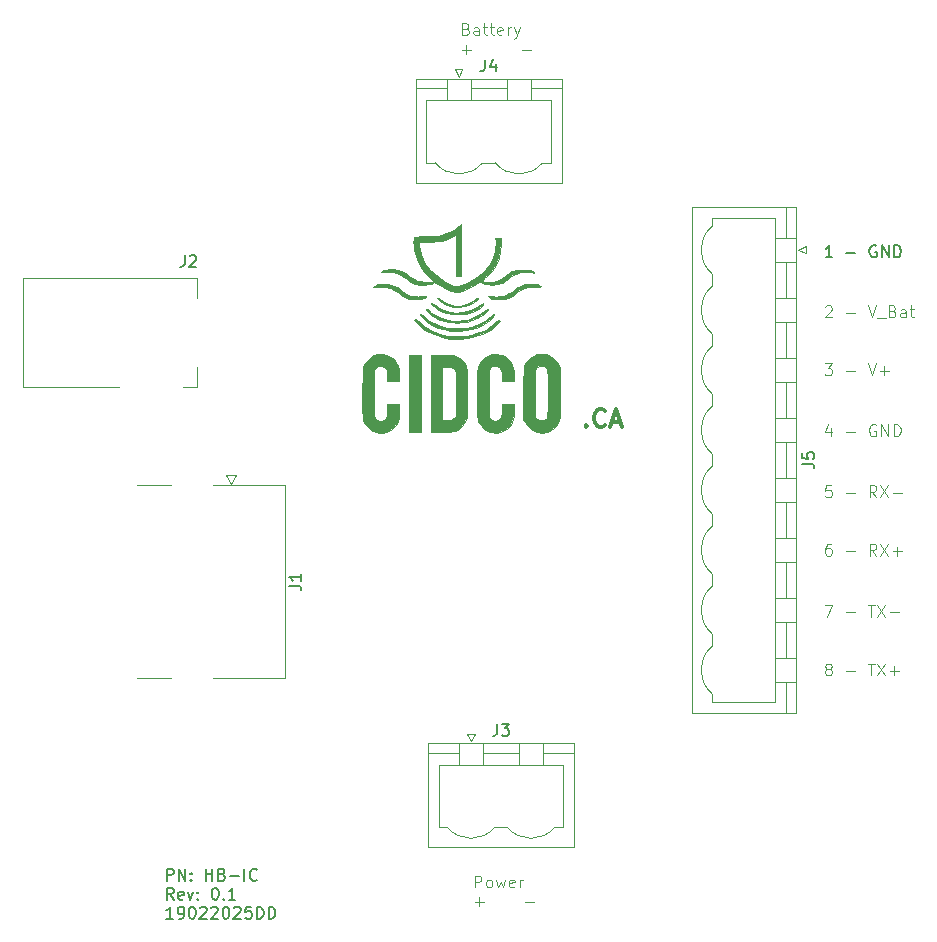
<source format=gbr>
%TF.GenerationSoftware,KiCad,Pcbnew,8.0.6*%
%TF.CreationDate,2025-02-19T13:51:36-05:00*%
%TF.ProjectId,HB-IC,48422d49-432e-46b6-9963-61645f706362,rev?*%
%TF.SameCoordinates,Original*%
%TF.FileFunction,Legend,Top*%
%TF.FilePolarity,Positive*%
%FSLAX46Y46*%
G04 Gerber Fmt 4.6, Leading zero omitted, Abs format (unit mm)*
G04 Created by KiCad (PCBNEW 8.0.6) date 2025-02-19 13:51:36*
%MOMM*%
%LPD*%
G01*
G04 APERTURE LIST*
%ADD10C,0.150000*%
%ADD11C,0.300000*%
%ADD12C,0.100000*%
%ADD13C,0.010000*%
%ADD14C,0.120000*%
G04 APERTURE END LIST*
D10*
X69296779Y-117539931D02*
X69296779Y-116539931D01*
X69296779Y-116539931D02*
X69677731Y-116539931D01*
X69677731Y-116539931D02*
X69772969Y-116587550D01*
X69772969Y-116587550D02*
X69820588Y-116635169D01*
X69820588Y-116635169D02*
X69868207Y-116730407D01*
X69868207Y-116730407D02*
X69868207Y-116873264D01*
X69868207Y-116873264D02*
X69820588Y-116968502D01*
X69820588Y-116968502D02*
X69772969Y-117016121D01*
X69772969Y-117016121D02*
X69677731Y-117063740D01*
X69677731Y-117063740D02*
X69296779Y-117063740D01*
X70296779Y-117539931D02*
X70296779Y-116539931D01*
X70296779Y-116539931D02*
X70868207Y-117539931D01*
X70868207Y-117539931D02*
X70868207Y-116539931D01*
X71344398Y-117444692D02*
X71392017Y-117492312D01*
X71392017Y-117492312D02*
X71344398Y-117539931D01*
X71344398Y-117539931D02*
X71296779Y-117492312D01*
X71296779Y-117492312D02*
X71344398Y-117444692D01*
X71344398Y-117444692D02*
X71344398Y-117539931D01*
X71344398Y-116920883D02*
X71392017Y-116968502D01*
X71392017Y-116968502D02*
X71344398Y-117016121D01*
X71344398Y-117016121D02*
X71296779Y-116968502D01*
X71296779Y-116968502D02*
X71344398Y-116920883D01*
X71344398Y-116920883D02*
X71344398Y-117016121D01*
X72582493Y-117539931D02*
X72582493Y-116539931D01*
X72582493Y-117016121D02*
X73153921Y-117016121D01*
X73153921Y-117539931D02*
X73153921Y-116539931D01*
X73963445Y-117016121D02*
X74106302Y-117063740D01*
X74106302Y-117063740D02*
X74153921Y-117111359D01*
X74153921Y-117111359D02*
X74201540Y-117206597D01*
X74201540Y-117206597D02*
X74201540Y-117349454D01*
X74201540Y-117349454D02*
X74153921Y-117444692D01*
X74153921Y-117444692D02*
X74106302Y-117492312D01*
X74106302Y-117492312D02*
X74011064Y-117539931D01*
X74011064Y-117539931D02*
X73630112Y-117539931D01*
X73630112Y-117539931D02*
X73630112Y-116539931D01*
X73630112Y-116539931D02*
X73963445Y-116539931D01*
X73963445Y-116539931D02*
X74058683Y-116587550D01*
X74058683Y-116587550D02*
X74106302Y-116635169D01*
X74106302Y-116635169D02*
X74153921Y-116730407D01*
X74153921Y-116730407D02*
X74153921Y-116825645D01*
X74153921Y-116825645D02*
X74106302Y-116920883D01*
X74106302Y-116920883D02*
X74058683Y-116968502D01*
X74058683Y-116968502D02*
X73963445Y-117016121D01*
X73963445Y-117016121D02*
X73630112Y-117016121D01*
X74630112Y-117158978D02*
X75392017Y-117158978D01*
X75868207Y-117539931D02*
X75868207Y-116539931D01*
X76915825Y-117444692D02*
X76868206Y-117492312D01*
X76868206Y-117492312D02*
X76725349Y-117539931D01*
X76725349Y-117539931D02*
X76630111Y-117539931D01*
X76630111Y-117539931D02*
X76487254Y-117492312D01*
X76487254Y-117492312D02*
X76392016Y-117397073D01*
X76392016Y-117397073D02*
X76344397Y-117301835D01*
X76344397Y-117301835D02*
X76296778Y-117111359D01*
X76296778Y-117111359D02*
X76296778Y-116968502D01*
X76296778Y-116968502D02*
X76344397Y-116778026D01*
X76344397Y-116778026D02*
X76392016Y-116682788D01*
X76392016Y-116682788D02*
X76487254Y-116587550D01*
X76487254Y-116587550D02*
X76630111Y-116539931D01*
X76630111Y-116539931D02*
X76725349Y-116539931D01*
X76725349Y-116539931D02*
X76868206Y-116587550D01*
X76868206Y-116587550D02*
X76915825Y-116635169D01*
X69868207Y-119149875D02*
X69534874Y-118673684D01*
X69296779Y-119149875D02*
X69296779Y-118149875D01*
X69296779Y-118149875D02*
X69677731Y-118149875D01*
X69677731Y-118149875D02*
X69772969Y-118197494D01*
X69772969Y-118197494D02*
X69820588Y-118245113D01*
X69820588Y-118245113D02*
X69868207Y-118340351D01*
X69868207Y-118340351D02*
X69868207Y-118483208D01*
X69868207Y-118483208D02*
X69820588Y-118578446D01*
X69820588Y-118578446D02*
X69772969Y-118626065D01*
X69772969Y-118626065D02*
X69677731Y-118673684D01*
X69677731Y-118673684D02*
X69296779Y-118673684D01*
X70677731Y-119102256D02*
X70582493Y-119149875D01*
X70582493Y-119149875D02*
X70392017Y-119149875D01*
X70392017Y-119149875D02*
X70296779Y-119102256D01*
X70296779Y-119102256D02*
X70249160Y-119007017D01*
X70249160Y-119007017D02*
X70249160Y-118626065D01*
X70249160Y-118626065D02*
X70296779Y-118530827D01*
X70296779Y-118530827D02*
X70392017Y-118483208D01*
X70392017Y-118483208D02*
X70582493Y-118483208D01*
X70582493Y-118483208D02*
X70677731Y-118530827D01*
X70677731Y-118530827D02*
X70725350Y-118626065D01*
X70725350Y-118626065D02*
X70725350Y-118721303D01*
X70725350Y-118721303D02*
X70249160Y-118816541D01*
X71058684Y-118483208D02*
X71296779Y-119149875D01*
X71296779Y-119149875D02*
X71534874Y-118483208D01*
X71915827Y-119054636D02*
X71963446Y-119102256D01*
X71963446Y-119102256D02*
X71915827Y-119149875D01*
X71915827Y-119149875D02*
X71868208Y-119102256D01*
X71868208Y-119102256D02*
X71915827Y-119054636D01*
X71915827Y-119054636D02*
X71915827Y-119149875D01*
X71915827Y-118530827D02*
X71963446Y-118578446D01*
X71963446Y-118578446D02*
X71915827Y-118626065D01*
X71915827Y-118626065D02*
X71868208Y-118578446D01*
X71868208Y-118578446D02*
X71915827Y-118530827D01*
X71915827Y-118530827D02*
X71915827Y-118626065D01*
X73344398Y-118149875D02*
X73439636Y-118149875D01*
X73439636Y-118149875D02*
X73534874Y-118197494D01*
X73534874Y-118197494D02*
X73582493Y-118245113D01*
X73582493Y-118245113D02*
X73630112Y-118340351D01*
X73630112Y-118340351D02*
X73677731Y-118530827D01*
X73677731Y-118530827D02*
X73677731Y-118768922D01*
X73677731Y-118768922D02*
X73630112Y-118959398D01*
X73630112Y-118959398D02*
X73582493Y-119054636D01*
X73582493Y-119054636D02*
X73534874Y-119102256D01*
X73534874Y-119102256D02*
X73439636Y-119149875D01*
X73439636Y-119149875D02*
X73344398Y-119149875D01*
X73344398Y-119149875D02*
X73249160Y-119102256D01*
X73249160Y-119102256D02*
X73201541Y-119054636D01*
X73201541Y-119054636D02*
X73153922Y-118959398D01*
X73153922Y-118959398D02*
X73106303Y-118768922D01*
X73106303Y-118768922D02*
X73106303Y-118530827D01*
X73106303Y-118530827D02*
X73153922Y-118340351D01*
X73153922Y-118340351D02*
X73201541Y-118245113D01*
X73201541Y-118245113D02*
X73249160Y-118197494D01*
X73249160Y-118197494D02*
X73344398Y-118149875D01*
X74106303Y-119054636D02*
X74153922Y-119102256D01*
X74153922Y-119102256D02*
X74106303Y-119149875D01*
X74106303Y-119149875D02*
X74058684Y-119102256D01*
X74058684Y-119102256D02*
X74106303Y-119054636D01*
X74106303Y-119054636D02*
X74106303Y-119149875D01*
X75106302Y-119149875D02*
X74534874Y-119149875D01*
X74820588Y-119149875D02*
X74820588Y-118149875D01*
X74820588Y-118149875D02*
X74725350Y-118292732D01*
X74725350Y-118292732D02*
X74630112Y-118387970D01*
X74630112Y-118387970D02*
X74534874Y-118435589D01*
X69820588Y-120759819D02*
X69249160Y-120759819D01*
X69534874Y-120759819D02*
X69534874Y-119759819D01*
X69534874Y-119759819D02*
X69439636Y-119902676D01*
X69439636Y-119902676D02*
X69344398Y-119997914D01*
X69344398Y-119997914D02*
X69249160Y-120045533D01*
X70296779Y-120759819D02*
X70487255Y-120759819D01*
X70487255Y-120759819D02*
X70582493Y-120712200D01*
X70582493Y-120712200D02*
X70630112Y-120664580D01*
X70630112Y-120664580D02*
X70725350Y-120521723D01*
X70725350Y-120521723D02*
X70772969Y-120331247D01*
X70772969Y-120331247D02*
X70772969Y-119950295D01*
X70772969Y-119950295D02*
X70725350Y-119855057D01*
X70725350Y-119855057D02*
X70677731Y-119807438D01*
X70677731Y-119807438D02*
X70582493Y-119759819D01*
X70582493Y-119759819D02*
X70392017Y-119759819D01*
X70392017Y-119759819D02*
X70296779Y-119807438D01*
X70296779Y-119807438D02*
X70249160Y-119855057D01*
X70249160Y-119855057D02*
X70201541Y-119950295D01*
X70201541Y-119950295D02*
X70201541Y-120188390D01*
X70201541Y-120188390D02*
X70249160Y-120283628D01*
X70249160Y-120283628D02*
X70296779Y-120331247D01*
X70296779Y-120331247D02*
X70392017Y-120378866D01*
X70392017Y-120378866D02*
X70582493Y-120378866D01*
X70582493Y-120378866D02*
X70677731Y-120331247D01*
X70677731Y-120331247D02*
X70725350Y-120283628D01*
X70725350Y-120283628D02*
X70772969Y-120188390D01*
X71392017Y-119759819D02*
X71487255Y-119759819D01*
X71487255Y-119759819D02*
X71582493Y-119807438D01*
X71582493Y-119807438D02*
X71630112Y-119855057D01*
X71630112Y-119855057D02*
X71677731Y-119950295D01*
X71677731Y-119950295D02*
X71725350Y-120140771D01*
X71725350Y-120140771D02*
X71725350Y-120378866D01*
X71725350Y-120378866D02*
X71677731Y-120569342D01*
X71677731Y-120569342D02*
X71630112Y-120664580D01*
X71630112Y-120664580D02*
X71582493Y-120712200D01*
X71582493Y-120712200D02*
X71487255Y-120759819D01*
X71487255Y-120759819D02*
X71392017Y-120759819D01*
X71392017Y-120759819D02*
X71296779Y-120712200D01*
X71296779Y-120712200D02*
X71249160Y-120664580D01*
X71249160Y-120664580D02*
X71201541Y-120569342D01*
X71201541Y-120569342D02*
X71153922Y-120378866D01*
X71153922Y-120378866D02*
X71153922Y-120140771D01*
X71153922Y-120140771D02*
X71201541Y-119950295D01*
X71201541Y-119950295D02*
X71249160Y-119855057D01*
X71249160Y-119855057D02*
X71296779Y-119807438D01*
X71296779Y-119807438D02*
X71392017Y-119759819D01*
X72106303Y-119855057D02*
X72153922Y-119807438D01*
X72153922Y-119807438D02*
X72249160Y-119759819D01*
X72249160Y-119759819D02*
X72487255Y-119759819D01*
X72487255Y-119759819D02*
X72582493Y-119807438D01*
X72582493Y-119807438D02*
X72630112Y-119855057D01*
X72630112Y-119855057D02*
X72677731Y-119950295D01*
X72677731Y-119950295D02*
X72677731Y-120045533D01*
X72677731Y-120045533D02*
X72630112Y-120188390D01*
X72630112Y-120188390D02*
X72058684Y-120759819D01*
X72058684Y-120759819D02*
X72677731Y-120759819D01*
X73058684Y-119855057D02*
X73106303Y-119807438D01*
X73106303Y-119807438D02*
X73201541Y-119759819D01*
X73201541Y-119759819D02*
X73439636Y-119759819D01*
X73439636Y-119759819D02*
X73534874Y-119807438D01*
X73534874Y-119807438D02*
X73582493Y-119855057D01*
X73582493Y-119855057D02*
X73630112Y-119950295D01*
X73630112Y-119950295D02*
X73630112Y-120045533D01*
X73630112Y-120045533D02*
X73582493Y-120188390D01*
X73582493Y-120188390D02*
X73011065Y-120759819D01*
X73011065Y-120759819D02*
X73630112Y-120759819D01*
X74249160Y-119759819D02*
X74344398Y-119759819D01*
X74344398Y-119759819D02*
X74439636Y-119807438D01*
X74439636Y-119807438D02*
X74487255Y-119855057D01*
X74487255Y-119855057D02*
X74534874Y-119950295D01*
X74534874Y-119950295D02*
X74582493Y-120140771D01*
X74582493Y-120140771D02*
X74582493Y-120378866D01*
X74582493Y-120378866D02*
X74534874Y-120569342D01*
X74534874Y-120569342D02*
X74487255Y-120664580D01*
X74487255Y-120664580D02*
X74439636Y-120712200D01*
X74439636Y-120712200D02*
X74344398Y-120759819D01*
X74344398Y-120759819D02*
X74249160Y-120759819D01*
X74249160Y-120759819D02*
X74153922Y-120712200D01*
X74153922Y-120712200D02*
X74106303Y-120664580D01*
X74106303Y-120664580D02*
X74058684Y-120569342D01*
X74058684Y-120569342D02*
X74011065Y-120378866D01*
X74011065Y-120378866D02*
X74011065Y-120140771D01*
X74011065Y-120140771D02*
X74058684Y-119950295D01*
X74058684Y-119950295D02*
X74106303Y-119855057D01*
X74106303Y-119855057D02*
X74153922Y-119807438D01*
X74153922Y-119807438D02*
X74249160Y-119759819D01*
X74963446Y-119855057D02*
X75011065Y-119807438D01*
X75011065Y-119807438D02*
X75106303Y-119759819D01*
X75106303Y-119759819D02*
X75344398Y-119759819D01*
X75344398Y-119759819D02*
X75439636Y-119807438D01*
X75439636Y-119807438D02*
X75487255Y-119855057D01*
X75487255Y-119855057D02*
X75534874Y-119950295D01*
X75534874Y-119950295D02*
X75534874Y-120045533D01*
X75534874Y-120045533D02*
X75487255Y-120188390D01*
X75487255Y-120188390D02*
X74915827Y-120759819D01*
X74915827Y-120759819D02*
X75534874Y-120759819D01*
X76439636Y-119759819D02*
X75963446Y-119759819D01*
X75963446Y-119759819D02*
X75915827Y-120236009D01*
X75915827Y-120236009D02*
X75963446Y-120188390D01*
X75963446Y-120188390D02*
X76058684Y-120140771D01*
X76058684Y-120140771D02*
X76296779Y-120140771D01*
X76296779Y-120140771D02*
X76392017Y-120188390D01*
X76392017Y-120188390D02*
X76439636Y-120236009D01*
X76439636Y-120236009D02*
X76487255Y-120331247D01*
X76487255Y-120331247D02*
X76487255Y-120569342D01*
X76487255Y-120569342D02*
X76439636Y-120664580D01*
X76439636Y-120664580D02*
X76392017Y-120712200D01*
X76392017Y-120712200D02*
X76296779Y-120759819D01*
X76296779Y-120759819D02*
X76058684Y-120759819D01*
X76058684Y-120759819D02*
X75963446Y-120712200D01*
X75963446Y-120712200D02*
X75915827Y-120664580D01*
X76915827Y-120759819D02*
X76915827Y-119759819D01*
X76915827Y-119759819D02*
X77153922Y-119759819D01*
X77153922Y-119759819D02*
X77296779Y-119807438D01*
X77296779Y-119807438D02*
X77392017Y-119902676D01*
X77392017Y-119902676D02*
X77439636Y-119997914D01*
X77439636Y-119997914D02*
X77487255Y-120188390D01*
X77487255Y-120188390D02*
X77487255Y-120331247D01*
X77487255Y-120331247D02*
X77439636Y-120521723D01*
X77439636Y-120521723D02*
X77392017Y-120616961D01*
X77392017Y-120616961D02*
X77296779Y-120712200D01*
X77296779Y-120712200D02*
X77153922Y-120759819D01*
X77153922Y-120759819D02*
X76915827Y-120759819D01*
X77915827Y-120759819D02*
X77915827Y-119759819D01*
X77915827Y-119759819D02*
X78153922Y-119759819D01*
X78153922Y-119759819D02*
X78296779Y-119807438D01*
X78296779Y-119807438D02*
X78392017Y-119902676D01*
X78392017Y-119902676D02*
X78439636Y-119997914D01*
X78439636Y-119997914D02*
X78487255Y-120188390D01*
X78487255Y-120188390D02*
X78487255Y-120331247D01*
X78487255Y-120331247D02*
X78439636Y-120521723D01*
X78439636Y-120521723D02*
X78392017Y-120616961D01*
X78392017Y-120616961D02*
X78296779Y-120712200D01*
X78296779Y-120712200D02*
X78153922Y-120759819D01*
X78153922Y-120759819D02*
X77915827Y-120759819D01*
D11*
X104817588Y-78982914D02*
X104889017Y-79054343D01*
X104889017Y-79054343D02*
X104817588Y-79125771D01*
X104817588Y-79125771D02*
X104746160Y-79054343D01*
X104746160Y-79054343D02*
X104817588Y-78982914D01*
X104817588Y-78982914D02*
X104817588Y-79125771D01*
X106389017Y-78982914D02*
X106317589Y-79054343D01*
X106317589Y-79054343D02*
X106103303Y-79125771D01*
X106103303Y-79125771D02*
X105960446Y-79125771D01*
X105960446Y-79125771D02*
X105746160Y-79054343D01*
X105746160Y-79054343D02*
X105603303Y-78911485D01*
X105603303Y-78911485D02*
X105531874Y-78768628D01*
X105531874Y-78768628D02*
X105460446Y-78482914D01*
X105460446Y-78482914D02*
X105460446Y-78268628D01*
X105460446Y-78268628D02*
X105531874Y-77982914D01*
X105531874Y-77982914D02*
X105603303Y-77840057D01*
X105603303Y-77840057D02*
X105746160Y-77697200D01*
X105746160Y-77697200D02*
X105960446Y-77625771D01*
X105960446Y-77625771D02*
X106103303Y-77625771D01*
X106103303Y-77625771D02*
X106317589Y-77697200D01*
X106317589Y-77697200D02*
X106389017Y-77768628D01*
X106960446Y-78697200D02*
X107674732Y-78697200D01*
X106817589Y-79125771D02*
X107317589Y-77625771D01*
X107317589Y-77625771D02*
X107817589Y-79125771D01*
D12*
X95363884Y-118112475D02*
X95363884Y-117112475D01*
X95363884Y-117112475D02*
X95744836Y-117112475D01*
X95744836Y-117112475D02*
X95840074Y-117160094D01*
X95840074Y-117160094D02*
X95887693Y-117207713D01*
X95887693Y-117207713D02*
X95935312Y-117302951D01*
X95935312Y-117302951D02*
X95935312Y-117445808D01*
X95935312Y-117445808D02*
X95887693Y-117541046D01*
X95887693Y-117541046D02*
X95840074Y-117588665D01*
X95840074Y-117588665D02*
X95744836Y-117636284D01*
X95744836Y-117636284D02*
X95363884Y-117636284D01*
X96506741Y-118112475D02*
X96411503Y-118064856D01*
X96411503Y-118064856D02*
X96363884Y-118017236D01*
X96363884Y-118017236D02*
X96316265Y-117921998D01*
X96316265Y-117921998D02*
X96316265Y-117636284D01*
X96316265Y-117636284D02*
X96363884Y-117541046D01*
X96363884Y-117541046D02*
X96411503Y-117493427D01*
X96411503Y-117493427D02*
X96506741Y-117445808D01*
X96506741Y-117445808D02*
X96649598Y-117445808D01*
X96649598Y-117445808D02*
X96744836Y-117493427D01*
X96744836Y-117493427D02*
X96792455Y-117541046D01*
X96792455Y-117541046D02*
X96840074Y-117636284D01*
X96840074Y-117636284D02*
X96840074Y-117921998D01*
X96840074Y-117921998D02*
X96792455Y-118017236D01*
X96792455Y-118017236D02*
X96744836Y-118064856D01*
X96744836Y-118064856D02*
X96649598Y-118112475D01*
X96649598Y-118112475D02*
X96506741Y-118112475D01*
X97173408Y-117445808D02*
X97363884Y-118112475D01*
X97363884Y-118112475D02*
X97554360Y-117636284D01*
X97554360Y-117636284D02*
X97744836Y-118112475D01*
X97744836Y-118112475D02*
X97935312Y-117445808D01*
X98697217Y-118064856D02*
X98601979Y-118112475D01*
X98601979Y-118112475D02*
X98411503Y-118112475D01*
X98411503Y-118112475D02*
X98316265Y-118064856D01*
X98316265Y-118064856D02*
X98268646Y-117969617D01*
X98268646Y-117969617D02*
X98268646Y-117588665D01*
X98268646Y-117588665D02*
X98316265Y-117493427D01*
X98316265Y-117493427D02*
X98411503Y-117445808D01*
X98411503Y-117445808D02*
X98601979Y-117445808D01*
X98601979Y-117445808D02*
X98697217Y-117493427D01*
X98697217Y-117493427D02*
X98744836Y-117588665D01*
X98744836Y-117588665D02*
X98744836Y-117683903D01*
X98744836Y-117683903D02*
X98268646Y-117779141D01*
X99173408Y-118112475D02*
X99173408Y-117445808D01*
X99173408Y-117636284D02*
X99221027Y-117541046D01*
X99221027Y-117541046D02*
X99268646Y-117493427D01*
X99268646Y-117493427D02*
X99363884Y-117445808D01*
X99363884Y-117445808D02*
X99459122Y-117445808D01*
X95363884Y-119341466D02*
X96125789Y-119341466D01*
X95744836Y-119722419D02*
X95744836Y-118960514D01*
X99649599Y-119341466D02*
X100411504Y-119341466D01*
X94617217Y-45418665D02*
X94760074Y-45466284D01*
X94760074Y-45466284D02*
X94807693Y-45513903D01*
X94807693Y-45513903D02*
X94855312Y-45609141D01*
X94855312Y-45609141D02*
X94855312Y-45751998D01*
X94855312Y-45751998D02*
X94807693Y-45847236D01*
X94807693Y-45847236D02*
X94760074Y-45894856D01*
X94760074Y-45894856D02*
X94664836Y-45942475D01*
X94664836Y-45942475D02*
X94283884Y-45942475D01*
X94283884Y-45942475D02*
X94283884Y-44942475D01*
X94283884Y-44942475D02*
X94617217Y-44942475D01*
X94617217Y-44942475D02*
X94712455Y-44990094D01*
X94712455Y-44990094D02*
X94760074Y-45037713D01*
X94760074Y-45037713D02*
X94807693Y-45132951D01*
X94807693Y-45132951D02*
X94807693Y-45228189D01*
X94807693Y-45228189D02*
X94760074Y-45323427D01*
X94760074Y-45323427D02*
X94712455Y-45371046D01*
X94712455Y-45371046D02*
X94617217Y-45418665D01*
X94617217Y-45418665D02*
X94283884Y-45418665D01*
X95712455Y-45942475D02*
X95712455Y-45418665D01*
X95712455Y-45418665D02*
X95664836Y-45323427D01*
X95664836Y-45323427D02*
X95569598Y-45275808D01*
X95569598Y-45275808D02*
X95379122Y-45275808D01*
X95379122Y-45275808D02*
X95283884Y-45323427D01*
X95712455Y-45894856D02*
X95617217Y-45942475D01*
X95617217Y-45942475D02*
X95379122Y-45942475D01*
X95379122Y-45942475D02*
X95283884Y-45894856D01*
X95283884Y-45894856D02*
X95236265Y-45799617D01*
X95236265Y-45799617D02*
X95236265Y-45704379D01*
X95236265Y-45704379D02*
X95283884Y-45609141D01*
X95283884Y-45609141D02*
X95379122Y-45561522D01*
X95379122Y-45561522D02*
X95617217Y-45561522D01*
X95617217Y-45561522D02*
X95712455Y-45513903D01*
X96045789Y-45275808D02*
X96426741Y-45275808D01*
X96188646Y-44942475D02*
X96188646Y-45799617D01*
X96188646Y-45799617D02*
X96236265Y-45894856D01*
X96236265Y-45894856D02*
X96331503Y-45942475D01*
X96331503Y-45942475D02*
X96426741Y-45942475D01*
X96617218Y-45275808D02*
X96998170Y-45275808D01*
X96760075Y-44942475D02*
X96760075Y-45799617D01*
X96760075Y-45799617D02*
X96807694Y-45894856D01*
X96807694Y-45894856D02*
X96902932Y-45942475D01*
X96902932Y-45942475D02*
X96998170Y-45942475D01*
X97712456Y-45894856D02*
X97617218Y-45942475D01*
X97617218Y-45942475D02*
X97426742Y-45942475D01*
X97426742Y-45942475D02*
X97331504Y-45894856D01*
X97331504Y-45894856D02*
X97283885Y-45799617D01*
X97283885Y-45799617D02*
X97283885Y-45418665D01*
X97283885Y-45418665D02*
X97331504Y-45323427D01*
X97331504Y-45323427D02*
X97426742Y-45275808D01*
X97426742Y-45275808D02*
X97617218Y-45275808D01*
X97617218Y-45275808D02*
X97712456Y-45323427D01*
X97712456Y-45323427D02*
X97760075Y-45418665D01*
X97760075Y-45418665D02*
X97760075Y-45513903D01*
X97760075Y-45513903D02*
X97283885Y-45609141D01*
X98188647Y-45942475D02*
X98188647Y-45275808D01*
X98188647Y-45466284D02*
X98236266Y-45371046D01*
X98236266Y-45371046D02*
X98283885Y-45323427D01*
X98283885Y-45323427D02*
X98379123Y-45275808D01*
X98379123Y-45275808D02*
X98474361Y-45275808D01*
X98712457Y-45275808D02*
X98950552Y-45942475D01*
X99188647Y-45275808D02*
X98950552Y-45942475D01*
X98950552Y-45942475D02*
X98855314Y-46180570D01*
X98855314Y-46180570D02*
X98807695Y-46228189D01*
X98807695Y-46228189D02*
X98712457Y-46275808D01*
X94283884Y-47171466D02*
X95045789Y-47171466D01*
X94664836Y-47552419D02*
X94664836Y-46790514D01*
X99331504Y-47171466D02*
X100093409Y-47171466D01*
X125226741Y-99590990D02*
X125131503Y-99543371D01*
X125131503Y-99543371D02*
X125083884Y-99495752D01*
X125083884Y-99495752D02*
X125036265Y-99400514D01*
X125036265Y-99400514D02*
X125036265Y-99352895D01*
X125036265Y-99352895D02*
X125083884Y-99257657D01*
X125083884Y-99257657D02*
X125131503Y-99210038D01*
X125131503Y-99210038D02*
X125226741Y-99162419D01*
X125226741Y-99162419D02*
X125417217Y-99162419D01*
X125417217Y-99162419D02*
X125512455Y-99210038D01*
X125512455Y-99210038D02*
X125560074Y-99257657D01*
X125560074Y-99257657D02*
X125607693Y-99352895D01*
X125607693Y-99352895D02*
X125607693Y-99400514D01*
X125607693Y-99400514D02*
X125560074Y-99495752D01*
X125560074Y-99495752D02*
X125512455Y-99543371D01*
X125512455Y-99543371D02*
X125417217Y-99590990D01*
X125417217Y-99590990D02*
X125226741Y-99590990D01*
X125226741Y-99590990D02*
X125131503Y-99638609D01*
X125131503Y-99638609D02*
X125083884Y-99686228D01*
X125083884Y-99686228D02*
X125036265Y-99781466D01*
X125036265Y-99781466D02*
X125036265Y-99971942D01*
X125036265Y-99971942D02*
X125083884Y-100067180D01*
X125083884Y-100067180D02*
X125131503Y-100114800D01*
X125131503Y-100114800D02*
X125226741Y-100162419D01*
X125226741Y-100162419D02*
X125417217Y-100162419D01*
X125417217Y-100162419D02*
X125512455Y-100114800D01*
X125512455Y-100114800D02*
X125560074Y-100067180D01*
X125560074Y-100067180D02*
X125607693Y-99971942D01*
X125607693Y-99971942D02*
X125607693Y-99781466D01*
X125607693Y-99781466D02*
X125560074Y-99686228D01*
X125560074Y-99686228D02*
X125512455Y-99638609D01*
X125512455Y-99638609D02*
X125417217Y-99590990D01*
X126798170Y-99781466D02*
X127560075Y-99781466D01*
X128655313Y-99162419D02*
X129226741Y-99162419D01*
X128941027Y-100162419D02*
X128941027Y-99162419D01*
X129464837Y-99162419D02*
X130131503Y-100162419D01*
X130131503Y-99162419D02*
X129464837Y-100162419D01*
X130512456Y-99781466D02*
X131274361Y-99781466D01*
X130893408Y-100162419D02*
X130893408Y-99400514D01*
X124988646Y-94182419D02*
X125655312Y-94182419D01*
X125655312Y-94182419D02*
X125226741Y-95182419D01*
X126798170Y-94801466D02*
X127560075Y-94801466D01*
X128655313Y-94182419D02*
X129226741Y-94182419D01*
X128941027Y-95182419D02*
X128941027Y-94182419D01*
X129464837Y-94182419D02*
X130131503Y-95182419D01*
X130131503Y-94182419D02*
X129464837Y-95182419D01*
X130512456Y-94801466D02*
X131274361Y-94801466D01*
X125512455Y-89012419D02*
X125321979Y-89012419D01*
X125321979Y-89012419D02*
X125226741Y-89060038D01*
X125226741Y-89060038D02*
X125179122Y-89107657D01*
X125179122Y-89107657D02*
X125083884Y-89250514D01*
X125083884Y-89250514D02*
X125036265Y-89440990D01*
X125036265Y-89440990D02*
X125036265Y-89821942D01*
X125036265Y-89821942D02*
X125083884Y-89917180D01*
X125083884Y-89917180D02*
X125131503Y-89964800D01*
X125131503Y-89964800D02*
X125226741Y-90012419D01*
X125226741Y-90012419D02*
X125417217Y-90012419D01*
X125417217Y-90012419D02*
X125512455Y-89964800D01*
X125512455Y-89964800D02*
X125560074Y-89917180D01*
X125560074Y-89917180D02*
X125607693Y-89821942D01*
X125607693Y-89821942D02*
X125607693Y-89583847D01*
X125607693Y-89583847D02*
X125560074Y-89488609D01*
X125560074Y-89488609D02*
X125512455Y-89440990D01*
X125512455Y-89440990D02*
X125417217Y-89393371D01*
X125417217Y-89393371D02*
X125226741Y-89393371D01*
X125226741Y-89393371D02*
X125131503Y-89440990D01*
X125131503Y-89440990D02*
X125083884Y-89488609D01*
X125083884Y-89488609D02*
X125036265Y-89583847D01*
X126798170Y-89631466D02*
X127560075Y-89631466D01*
X129369598Y-90012419D02*
X129036265Y-89536228D01*
X128798170Y-90012419D02*
X128798170Y-89012419D01*
X128798170Y-89012419D02*
X129179122Y-89012419D01*
X129179122Y-89012419D02*
X129274360Y-89060038D01*
X129274360Y-89060038D02*
X129321979Y-89107657D01*
X129321979Y-89107657D02*
X129369598Y-89202895D01*
X129369598Y-89202895D02*
X129369598Y-89345752D01*
X129369598Y-89345752D02*
X129321979Y-89440990D01*
X129321979Y-89440990D02*
X129274360Y-89488609D01*
X129274360Y-89488609D02*
X129179122Y-89536228D01*
X129179122Y-89536228D02*
X128798170Y-89536228D01*
X129702932Y-89012419D02*
X130369598Y-90012419D01*
X130369598Y-89012419D02*
X129702932Y-90012419D01*
X130750551Y-89631466D02*
X131512456Y-89631466D01*
X131131503Y-90012419D02*
X131131503Y-89250514D01*
X125560074Y-84072419D02*
X125083884Y-84072419D01*
X125083884Y-84072419D02*
X125036265Y-84548609D01*
X125036265Y-84548609D02*
X125083884Y-84500990D01*
X125083884Y-84500990D02*
X125179122Y-84453371D01*
X125179122Y-84453371D02*
X125417217Y-84453371D01*
X125417217Y-84453371D02*
X125512455Y-84500990D01*
X125512455Y-84500990D02*
X125560074Y-84548609D01*
X125560074Y-84548609D02*
X125607693Y-84643847D01*
X125607693Y-84643847D02*
X125607693Y-84881942D01*
X125607693Y-84881942D02*
X125560074Y-84977180D01*
X125560074Y-84977180D02*
X125512455Y-85024800D01*
X125512455Y-85024800D02*
X125417217Y-85072419D01*
X125417217Y-85072419D02*
X125179122Y-85072419D01*
X125179122Y-85072419D02*
X125083884Y-85024800D01*
X125083884Y-85024800D02*
X125036265Y-84977180D01*
X126798170Y-84691466D02*
X127560075Y-84691466D01*
X129369598Y-85072419D02*
X129036265Y-84596228D01*
X128798170Y-85072419D02*
X128798170Y-84072419D01*
X128798170Y-84072419D02*
X129179122Y-84072419D01*
X129179122Y-84072419D02*
X129274360Y-84120038D01*
X129274360Y-84120038D02*
X129321979Y-84167657D01*
X129321979Y-84167657D02*
X129369598Y-84262895D01*
X129369598Y-84262895D02*
X129369598Y-84405752D01*
X129369598Y-84405752D02*
X129321979Y-84500990D01*
X129321979Y-84500990D02*
X129274360Y-84548609D01*
X129274360Y-84548609D02*
X129179122Y-84596228D01*
X129179122Y-84596228D02*
X128798170Y-84596228D01*
X129702932Y-84072419D02*
X130369598Y-85072419D01*
X130369598Y-84072419D02*
X129702932Y-85072419D01*
X130750551Y-84691466D02*
X131512456Y-84691466D01*
X125512455Y-79245752D02*
X125512455Y-79912419D01*
X125274360Y-78864800D02*
X125036265Y-79579085D01*
X125036265Y-79579085D02*
X125655312Y-79579085D01*
X126798170Y-79531466D02*
X127560075Y-79531466D01*
X129321979Y-78960038D02*
X129226741Y-78912419D01*
X129226741Y-78912419D02*
X129083884Y-78912419D01*
X129083884Y-78912419D02*
X128941027Y-78960038D01*
X128941027Y-78960038D02*
X128845789Y-79055276D01*
X128845789Y-79055276D02*
X128798170Y-79150514D01*
X128798170Y-79150514D02*
X128750551Y-79340990D01*
X128750551Y-79340990D02*
X128750551Y-79483847D01*
X128750551Y-79483847D02*
X128798170Y-79674323D01*
X128798170Y-79674323D02*
X128845789Y-79769561D01*
X128845789Y-79769561D02*
X128941027Y-79864800D01*
X128941027Y-79864800D02*
X129083884Y-79912419D01*
X129083884Y-79912419D02*
X129179122Y-79912419D01*
X129179122Y-79912419D02*
X129321979Y-79864800D01*
X129321979Y-79864800D02*
X129369598Y-79817180D01*
X129369598Y-79817180D02*
X129369598Y-79483847D01*
X129369598Y-79483847D02*
X129179122Y-79483847D01*
X129798170Y-79912419D02*
X129798170Y-78912419D01*
X129798170Y-78912419D02*
X130369598Y-79912419D01*
X130369598Y-79912419D02*
X130369598Y-78912419D01*
X130845789Y-79912419D02*
X130845789Y-78912419D01*
X130845789Y-78912419D02*
X131083884Y-78912419D01*
X131083884Y-78912419D02*
X131226741Y-78960038D01*
X131226741Y-78960038D02*
X131321979Y-79055276D01*
X131321979Y-79055276D02*
X131369598Y-79150514D01*
X131369598Y-79150514D02*
X131417217Y-79340990D01*
X131417217Y-79340990D02*
X131417217Y-79483847D01*
X131417217Y-79483847D02*
X131369598Y-79674323D01*
X131369598Y-79674323D02*
X131321979Y-79769561D01*
X131321979Y-79769561D02*
X131226741Y-79864800D01*
X131226741Y-79864800D02*
X131083884Y-79912419D01*
X131083884Y-79912419D02*
X130845789Y-79912419D01*
X124988646Y-73752419D02*
X125607693Y-73752419D01*
X125607693Y-73752419D02*
X125274360Y-74133371D01*
X125274360Y-74133371D02*
X125417217Y-74133371D01*
X125417217Y-74133371D02*
X125512455Y-74180990D01*
X125512455Y-74180990D02*
X125560074Y-74228609D01*
X125560074Y-74228609D02*
X125607693Y-74323847D01*
X125607693Y-74323847D02*
X125607693Y-74561942D01*
X125607693Y-74561942D02*
X125560074Y-74657180D01*
X125560074Y-74657180D02*
X125512455Y-74704800D01*
X125512455Y-74704800D02*
X125417217Y-74752419D01*
X125417217Y-74752419D02*
X125131503Y-74752419D01*
X125131503Y-74752419D02*
X125036265Y-74704800D01*
X125036265Y-74704800D02*
X124988646Y-74657180D01*
X126798170Y-74371466D02*
X127560075Y-74371466D01*
X128655313Y-73752419D02*
X128988646Y-74752419D01*
X128988646Y-74752419D02*
X129321979Y-73752419D01*
X129655313Y-74371466D02*
X130417218Y-74371466D01*
X130036265Y-74752419D02*
X130036265Y-73990514D01*
X125036265Y-68937657D02*
X125083884Y-68890038D01*
X125083884Y-68890038D02*
X125179122Y-68842419D01*
X125179122Y-68842419D02*
X125417217Y-68842419D01*
X125417217Y-68842419D02*
X125512455Y-68890038D01*
X125512455Y-68890038D02*
X125560074Y-68937657D01*
X125560074Y-68937657D02*
X125607693Y-69032895D01*
X125607693Y-69032895D02*
X125607693Y-69128133D01*
X125607693Y-69128133D02*
X125560074Y-69270990D01*
X125560074Y-69270990D02*
X124988646Y-69842419D01*
X124988646Y-69842419D02*
X125607693Y-69842419D01*
X126798170Y-69461466D02*
X127560075Y-69461466D01*
X128655313Y-68842419D02*
X128988646Y-69842419D01*
X128988646Y-69842419D02*
X129321979Y-68842419D01*
X129417218Y-69937657D02*
X130179122Y-69937657D01*
X130750551Y-69318609D02*
X130893408Y-69366228D01*
X130893408Y-69366228D02*
X130941027Y-69413847D01*
X130941027Y-69413847D02*
X130988646Y-69509085D01*
X130988646Y-69509085D02*
X130988646Y-69651942D01*
X130988646Y-69651942D02*
X130941027Y-69747180D01*
X130941027Y-69747180D02*
X130893408Y-69794800D01*
X130893408Y-69794800D02*
X130798170Y-69842419D01*
X130798170Y-69842419D02*
X130417218Y-69842419D01*
X130417218Y-69842419D02*
X130417218Y-68842419D01*
X130417218Y-68842419D02*
X130750551Y-68842419D01*
X130750551Y-68842419D02*
X130845789Y-68890038D01*
X130845789Y-68890038D02*
X130893408Y-68937657D01*
X130893408Y-68937657D02*
X130941027Y-69032895D01*
X130941027Y-69032895D02*
X130941027Y-69128133D01*
X130941027Y-69128133D02*
X130893408Y-69223371D01*
X130893408Y-69223371D02*
X130845789Y-69270990D01*
X130845789Y-69270990D02*
X130750551Y-69318609D01*
X130750551Y-69318609D02*
X130417218Y-69318609D01*
X131845789Y-69842419D02*
X131845789Y-69318609D01*
X131845789Y-69318609D02*
X131798170Y-69223371D01*
X131798170Y-69223371D02*
X131702932Y-69175752D01*
X131702932Y-69175752D02*
X131512456Y-69175752D01*
X131512456Y-69175752D02*
X131417218Y-69223371D01*
X131845789Y-69794800D02*
X131750551Y-69842419D01*
X131750551Y-69842419D02*
X131512456Y-69842419D01*
X131512456Y-69842419D02*
X131417218Y-69794800D01*
X131417218Y-69794800D02*
X131369599Y-69699561D01*
X131369599Y-69699561D02*
X131369599Y-69604323D01*
X131369599Y-69604323D02*
X131417218Y-69509085D01*
X131417218Y-69509085D02*
X131512456Y-69461466D01*
X131512456Y-69461466D02*
X131750551Y-69461466D01*
X131750551Y-69461466D02*
X131845789Y-69413847D01*
X132179123Y-69175752D02*
X132560075Y-69175752D01*
X132321980Y-68842419D02*
X132321980Y-69699561D01*
X132321980Y-69699561D02*
X132369599Y-69794800D01*
X132369599Y-69794800D02*
X132464837Y-69842419D01*
X132464837Y-69842419D02*
X132560075Y-69842419D01*
D10*
X125640588Y-64759819D02*
X125069160Y-64759819D01*
X125354874Y-64759819D02*
X125354874Y-63759819D01*
X125354874Y-63759819D02*
X125259636Y-63902676D01*
X125259636Y-63902676D02*
X125164398Y-63997914D01*
X125164398Y-63997914D02*
X125069160Y-64045533D01*
X126831065Y-64378866D02*
X127592970Y-64378866D01*
X129354874Y-63807438D02*
X129259636Y-63759819D01*
X129259636Y-63759819D02*
X129116779Y-63759819D01*
X129116779Y-63759819D02*
X128973922Y-63807438D01*
X128973922Y-63807438D02*
X128878684Y-63902676D01*
X128878684Y-63902676D02*
X128831065Y-63997914D01*
X128831065Y-63997914D02*
X128783446Y-64188390D01*
X128783446Y-64188390D02*
X128783446Y-64331247D01*
X128783446Y-64331247D02*
X128831065Y-64521723D01*
X128831065Y-64521723D02*
X128878684Y-64616961D01*
X128878684Y-64616961D02*
X128973922Y-64712200D01*
X128973922Y-64712200D02*
X129116779Y-64759819D01*
X129116779Y-64759819D02*
X129212017Y-64759819D01*
X129212017Y-64759819D02*
X129354874Y-64712200D01*
X129354874Y-64712200D02*
X129402493Y-64664580D01*
X129402493Y-64664580D02*
X129402493Y-64331247D01*
X129402493Y-64331247D02*
X129212017Y-64331247D01*
X129831065Y-64759819D02*
X129831065Y-63759819D01*
X129831065Y-63759819D02*
X130402493Y-64759819D01*
X130402493Y-64759819D02*
X130402493Y-63759819D01*
X130878684Y-64759819D02*
X130878684Y-63759819D01*
X130878684Y-63759819D02*
X131116779Y-63759819D01*
X131116779Y-63759819D02*
X131259636Y-63807438D01*
X131259636Y-63807438D02*
X131354874Y-63902676D01*
X131354874Y-63902676D02*
X131402493Y-63997914D01*
X131402493Y-63997914D02*
X131450112Y-64188390D01*
X131450112Y-64188390D02*
X131450112Y-64331247D01*
X131450112Y-64331247D02*
X131402493Y-64521723D01*
X131402493Y-64521723D02*
X131354874Y-64616961D01*
X131354874Y-64616961D02*
X131259636Y-64712200D01*
X131259636Y-64712200D02*
X131116779Y-64759819D01*
X131116779Y-64759819D02*
X130878684Y-64759819D01*
X96226666Y-48024819D02*
X96226666Y-48739104D01*
X96226666Y-48739104D02*
X96179047Y-48881961D01*
X96179047Y-48881961D02*
X96083809Y-48977200D01*
X96083809Y-48977200D02*
X95940952Y-49024819D01*
X95940952Y-49024819D02*
X95845714Y-49024819D01*
X97131428Y-48358152D02*
X97131428Y-49024819D01*
X96893333Y-47977200D02*
X96655238Y-48691485D01*
X96655238Y-48691485D02*
X97274285Y-48691485D01*
X123114819Y-82253333D02*
X123829104Y-82253333D01*
X123829104Y-82253333D02*
X123971961Y-82300952D01*
X123971961Y-82300952D02*
X124067200Y-82396190D01*
X124067200Y-82396190D02*
X124114819Y-82539047D01*
X124114819Y-82539047D02*
X124114819Y-82634285D01*
X123114819Y-81300952D02*
X123114819Y-81777142D01*
X123114819Y-81777142D02*
X123591009Y-81824761D01*
X123591009Y-81824761D02*
X123543390Y-81777142D01*
X123543390Y-81777142D02*
X123495771Y-81681904D01*
X123495771Y-81681904D02*
X123495771Y-81443809D01*
X123495771Y-81443809D02*
X123543390Y-81348571D01*
X123543390Y-81348571D02*
X123591009Y-81300952D01*
X123591009Y-81300952D02*
X123686247Y-81253333D01*
X123686247Y-81253333D02*
X123924342Y-81253333D01*
X123924342Y-81253333D02*
X124019580Y-81300952D01*
X124019580Y-81300952D02*
X124067200Y-81348571D01*
X124067200Y-81348571D02*
X124114819Y-81443809D01*
X124114819Y-81443809D02*
X124114819Y-81681904D01*
X124114819Y-81681904D02*
X124067200Y-81777142D01*
X124067200Y-81777142D02*
X124019580Y-81824761D01*
X97256666Y-104274819D02*
X97256666Y-104989104D01*
X97256666Y-104989104D02*
X97209047Y-105131961D01*
X97209047Y-105131961D02*
X97113809Y-105227200D01*
X97113809Y-105227200D02*
X96970952Y-105274819D01*
X96970952Y-105274819D02*
X96875714Y-105274819D01*
X97637619Y-104274819D02*
X98256666Y-104274819D01*
X98256666Y-104274819D02*
X97923333Y-104655771D01*
X97923333Y-104655771D02*
X98066190Y-104655771D01*
X98066190Y-104655771D02*
X98161428Y-104703390D01*
X98161428Y-104703390D02*
X98209047Y-104751009D01*
X98209047Y-104751009D02*
X98256666Y-104846247D01*
X98256666Y-104846247D02*
X98256666Y-105084342D01*
X98256666Y-105084342D02*
X98209047Y-105179580D01*
X98209047Y-105179580D02*
X98161428Y-105227200D01*
X98161428Y-105227200D02*
X98066190Y-105274819D01*
X98066190Y-105274819D02*
X97780476Y-105274819D01*
X97780476Y-105274819D02*
X97685238Y-105227200D01*
X97685238Y-105227200D02*
X97637619Y-105179580D01*
X70806666Y-64584819D02*
X70806666Y-65299104D01*
X70806666Y-65299104D02*
X70759047Y-65441961D01*
X70759047Y-65441961D02*
X70663809Y-65537200D01*
X70663809Y-65537200D02*
X70520952Y-65584819D01*
X70520952Y-65584819D02*
X70425714Y-65584819D01*
X71235238Y-64680057D02*
X71282857Y-64632438D01*
X71282857Y-64632438D02*
X71378095Y-64584819D01*
X71378095Y-64584819D02*
X71616190Y-64584819D01*
X71616190Y-64584819D02*
X71711428Y-64632438D01*
X71711428Y-64632438D02*
X71759047Y-64680057D01*
X71759047Y-64680057D02*
X71806666Y-64775295D01*
X71806666Y-64775295D02*
X71806666Y-64870533D01*
X71806666Y-64870533D02*
X71759047Y-65013390D01*
X71759047Y-65013390D02*
X71187619Y-65584819D01*
X71187619Y-65584819D02*
X71806666Y-65584819D01*
X79669819Y-92573333D02*
X80384104Y-92573333D01*
X80384104Y-92573333D02*
X80526961Y-92620952D01*
X80526961Y-92620952D02*
X80622200Y-92716190D01*
X80622200Y-92716190D02*
X80669819Y-92859047D01*
X80669819Y-92859047D02*
X80669819Y-92954285D01*
X80669819Y-91573333D02*
X80669819Y-92144761D01*
X80669819Y-91859047D02*
X79669819Y-91859047D01*
X79669819Y-91859047D02*
X79812676Y-91954285D01*
X79812676Y-91954285D02*
X79907914Y-92049523D01*
X79907914Y-92049523D02*
X79955533Y-92144761D01*
D13*
%TO.C,logo1*%
X90775478Y-79538143D02*
X89759478Y-79538143D01*
X89759478Y-73035743D01*
X90775478Y-73035743D01*
X90775478Y-79538143D01*
G36*
X90775478Y-79538143D02*
G01*
X89759478Y-79538143D01*
X89759478Y-73035743D01*
X90775478Y-73035743D01*
X90775478Y-79538143D01*
G37*
X91843312Y-68701307D02*
X91912876Y-68756810D01*
X92301940Y-69033684D01*
X92748794Y-69241296D01*
X93235335Y-69377929D01*
X93743458Y-69441870D01*
X94255061Y-69431401D01*
X94752040Y-69344809D01*
X95216290Y-69180378D01*
X95398278Y-69087059D01*
X95582772Y-68971700D01*
X95775911Y-68835338D01*
X95839392Y-68786092D01*
X95987774Y-68684223D01*
X96075698Y-68656435D01*
X96098254Y-68691742D01*
X96050534Y-68779156D01*
X95927631Y-68907690D01*
X95903275Y-68929090D01*
X95534895Y-69185217D01*
X95099628Y-69385098D01*
X94618660Y-69523140D01*
X94113177Y-69593754D01*
X93604362Y-69591349D01*
X93453811Y-69575498D01*
X93048911Y-69494643D01*
X92648648Y-69363416D01*
X92278606Y-69193186D01*
X91964372Y-68995321D01*
X91774612Y-68829270D01*
X91687488Y-68714649D01*
X91678834Y-68650432D01*
X91735244Y-68643643D01*
X91843312Y-68701307D01*
G36*
X91843312Y-68701307D02*
G01*
X91912876Y-68756810D01*
X92301940Y-69033684D01*
X92748794Y-69241296D01*
X93235335Y-69377929D01*
X93743458Y-69441870D01*
X94255061Y-69431401D01*
X94752040Y-69344809D01*
X95216290Y-69180378D01*
X95398278Y-69087059D01*
X95582772Y-68971700D01*
X95775911Y-68835338D01*
X95839392Y-68786092D01*
X95987774Y-68684223D01*
X96075698Y-68656435D01*
X96098254Y-68691742D01*
X96050534Y-68779156D01*
X95927631Y-68907690D01*
X95903275Y-68929090D01*
X95534895Y-69185217D01*
X95099628Y-69385098D01*
X94618660Y-69523140D01*
X94113177Y-69593754D01*
X93604362Y-69591349D01*
X93453811Y-69575498D01*
X93048911Y-69494643D01*
X92648648Y-69363416D01*
X92278606Y-69193186D01*
X91964372Y-68995321D01*
X91774612Y-68829270D01*
X91687488Y-68714649D01*
X91678834Y-68650432D01*
X91735244Y-68643643D01*
X91843312Y-68701307D01*
G37*
X92269084Y-68208993D02*
X92388397Y-68292772D01*
X92743527Y-68540074D01*
X93095747Y-68708618D01*
X93480827Y-68813591D01*
X93692143Y-68846399D01*
X94065663Y-68849805D01*
X94465347Y-68778884D01*
X94859932Y-68643120D01*
X95218154Y-68451998D01*
X95378643Y-68334737D01*
X95507474Y-68241967D01*
X95598025Y-68201752D01*
X95626490Y-68209116D01*
X95642314Y-68259355D01*
X95616525Y-68314735D01*
X95536079Y-68388940D01*
X95387929Y-68495654D01*
X95290912Y-68561123D01*
X94864867Y-68790961D01*
X94413962Y-68924985D01*
X93925856Y-68966812D01*
X93907026Y-68966640D01*
X93682575Y-68958460D01*
X93471595Y-68941571D01*
X93315276Y-68919404D01*
X93300160Y-68916090D01*
X92990356Y-68811320D01*
X92670802Y-68650004D01*
X92391139Y-68458028D01*
X92342667Y-68416726D01*
X92216779Y-68289091D01*
X92165000Y-68205291D01*
X92183659Y-68175275D01*
X92269084Y-68208993D01*
G36*
X92269084Y-68208993D02*
G01*
X92388397Y-68292772D01*
X92743527Y-68540074D01*
X93095747Y-68708618D01*
X93480827Y-68813591D01*
X93692143Y-68846399D01*
X94065663Y-68849805D01*
X94465347Y-68778884D01*
X94859932Y-68643120D01*
X95218154Y-68451998D01*
X95378643Y-68334737D01*
X95507474Y-68241967D01*
X95598025Y-68201752D01*
X95626490Y-68209116D01*
X95642314Y-68259355D01*
X95616525Y-68314735D01*
X95536079Y-68388940D01*
X95387929Y-68495654D01*
X95290912Y-68561123D01*
X94864867Y-68790961D01*
X94413962Y-68924985D01*
X93925856Y-68966812D01*
X93907026Y-68966640D01*
X93682575Y-68958460D01*
X93471595Y-68941571D01*
X93315276Y-68919404D01*
X93300160Y-68916090D01*
X92990356Y-68811320D01*
X92670802Y-68650004D01*
X92391139Y-68458028D01*
X92342667Y-68416726D01*
X92216779Y-68289091D01*
X92165000Y-68205291D01*
X92183659Y-68175275D01*
X92269084Y-68208993D01*
G37*
X91355416Y-69156701D02*
X91467442Y-69241863D01*
X91596379Y-69355405D01*
X91842530Y-69545568D01*
X92157341Y-69729522D01*
X92508327Y-69891477D01*
X92863003Y-70015642D01*
X93052099Y-70062985D01*
X93496080Y-70124035D01*
X93971625Y-70135873D01*
X94434853Y-70099129D01*
X94754144Y-70038479D01*
X95103939Y-69926544D01*
X95463605Y-69770201D01*
X95799888Y-69586332D01*
X96079533Y-69391815D01*
X96153998Y-69327910D01*
X96308409Y-69194826D01*
X96405388Y-69134329D01*
X96454288Y-69142442D01*
X96465078Y-69195635D01*
X96423777Y-69281836D01*
X96312135Y-69402613D01*
X96148539Y-69543050D01*
X95951378Y-69688229D01*
X95739038Y-69823233D01*
X95593939Y-69902329D01*
X95146431Y-70094179D01*
X94691711Y-70217713D01*
X94199590Y-70279554D01*
X93828051Y-70289745D01*
X93414675Y-70275231D01*
X93072902Y-70234145D01*
X92865471Y-70189042D01*
X92447675Y-70052611D01*
X92048453Y-69871906D01*
X91698323Y-69662211D01*
X91493926Y-69502012D01*
X91337659Y-69346723D01*
X91249736Y-69226263D01*
X91234782Y-69149242D01*
X91290909Y-69124143D01*
X91355416Y-69156701D01*
G36*
X91355416Y-69156701D02*
G01*
X91467442Y-69241863D01*
X91596379Y-69355405D01*
X91842530Y-69545568D01*
X92157341Y-69729522D01*
X92508327Y-69891477D01*
X92863003Y-70015642D01*
X93052099Y-70062985D01*
X93496080Y-70124035D01*
X93971625Y-70135873D01*
X94434853Y-70099129D01*
X94754144Y-70038479D01*
X95103939Y-69926544D01*
X95463605Y-69770201D01*
X95799888Y-69586332D01*
X96079533Y-69391815D01*
X96153998Y-69327910D01*
X96308409Y-69194826D01*
X96405388Y-69134329D01*
X96454288Y-69142442D01*
X96465078Y-69195635D01*
X96423777Y-69281836D01*
X96312135Y-69402613D01*
X96148539Y-69543050D01*
X95951378Y-69688229D01*
X95739038Y-69823233D01*
X95593939Y-69902329D01*
X95146431Y-70094179D01*
X94691711Y-70217713D01*
X94199590Y-70279554D01*
X93828051Y-70289745D01*
X93414675Y-70275231D01*
X93072902Y-70234145D01*
X92865471Y-70189042D01*
X92447675Y-70052611D01*
X92048453Y-69871906D01*
X91698323Y-69662211D01*
X91493926Y-69502012D01*
X91337659Y-69346723D01*
X91249736Y-69226263D01*
X91234782Y-69149242D01*
X91290909Y-69124143D01*
X91355416Y-69156701D01*
G37*
X87924644Y-67018719D02*
X88244847Y-67077133D01*
X88544015Y-67168494D01*
X88799681Y-67290483D01*
X88914929Y-67370862D01*
X89221911Y-67614638D01*
X89475743Y-67796530D01*
X89696359Y-67925230D01*
X89903695Y-68009433D01*
X90117685Y-68057831D01*
X90358262Y-68079118D01*
X90546878Y-68082543D01*
X90770081Y-68078337D01*
X90969486Y-68066948D01*
X91112214Y-68050519D01*
X91143778Y-68043675D01*
X91252286Y-68030401D01*
X91279408Y-68065589D01*
X91224954Y-68136630D01*
X91146060Y-68195840D01*
X91007310Y-68248670D01*
X90795229Y-68284879D01*
X90536788Y-68304041D01*
X90258957Y-68305727D01*
X89988708Y-68289511D01*
X89753010Y-68254965D01*
X89623866Y-68219950D01*
X89442735Y-68137255D01*
X89234802Y-68015781D01*
X89071450Y-67901433D01*
X88837975Y-67721942D01*
X88662068Y-67593324D01*
X88522267Y-67502606D01*
X88397107Y-67436815D01*
X88265123Y-67382977D01*
X88144744Y-67341306D01*
X87968627Y-67289539D01*
X87801082Y-67259512D01*
X87608144Y-67247737D01*
X87355848Y-67250721D01*
X87286552Y-67253102D01*
X86752788Y-67272860D01*
X86882875Y-67160964D01*
X87062524Y-67064376D01*
X87311014Y-67010020D01*
X87605877Y-66995574D01*
X87924644Y-67018719D01*
G36*
X87924644Y-67018719D02*
G01*
X88244847Y-67077133D01*
X88544015Y-67168494D01*
X88799681Y-67290483D01*
X88914929Y-67370862D01*
X89221911Y-67614638D01*
X89475743Y-67796530D01*
X89696359Y-67925230D01*
X89903695Y-68009433D01*
X90117685Y-68057831D01*
X90358262Y-68079118D01*
X90546878Y-68082543D01*
X90770081Y-68078337D01*
X90969486Y-68066948D01*
X91112214Y-68050519D01*
X91143778Y-68043675D01*
X91252286Y-68030401D01*
X91279408Y-68065589D01*
X91224954Y-68136630D01*
X91146060Y-68195840D01*
X91007310Y-68248670D01*
X90795229Y-68284879D01*
X90536788Y-68304041D01*
X90258957Y-68305727D01*
X89988708Y-68289511D01*
X89753010Y-68254965D01*
X89623866Y-68219950D01*
X89442735Y-68137255D01*
X89234802Y-68015781D01*
X89071450Y-67901433D01*
X88837975Y-67721942D01*
X88662068Y-67593324D01*
X88522267Y-67502606D01*
X88397107Y-67436815D01*
X88265123Y-67382977D01*
X88144744Y-67341306D01*
X87968627Y-67289539D01*
X87801082Y-67259512D01*
X87608144Y-67247737D01*
X87355848Y-67250721D01*
X87286552Y-67253102D01*
X86752788Y-67272860D01*
X86882875Y-67160964D01*
X87062524Y-67064376D01*
X87311014Y-67010020D01*
X87605877Y-66995574D01*
X87924644Y-67018719D01*
G37*
X100425186Y-67021484D02*
X100648508Y-67046572D01*
X100801635Y-67090587D01*
X100804726Y-67092143D01*
X100918013Y-67157923D01*
X100959192Y-67205919D01*
X100922099Y-67238615D01*
X100800571Y-67258499D01*
X100588446Y-67268056D01*
X100363924Y-67269943D01*
X100097618Y-67271379D01*
X99906257Y-67278653D01*
X99763192Y-67296213D01*
X99641777Y-67328506D01*
X99515366Y-67379981D01*
X99411478Y-67428920D01*
X99189809Y-67552617D01*
X98955727Y-67709264D01*
X98801997Y-67829818D01*
X98573050Y-68013536D01*
X98363811Y-68141137D01*
X98145283Y-68222980D01*
X97888471Y-68269421D01*
X97564379Y-68290815D01*
X97506478Y-68292550D01*
X97261223Y-68294368D01*
X97038559Y-68287577D01*
X96867340Y-68273516D01*
X96791146Y-68259347D01*
X96645294Y-68188777D01*
X96537146Y-68100935D01*
X96472858Y-68023826D01*
X96482797Y-68005038D01*
X96566678Y-68024864D01*
X96862697Y-68077373D01*
X97202194Y-68095243D01*
X97532558Y-68076836D01*
X97652019Y-68058637D01*
X97852379Y-68009374D01*
X98047217Y-67933581D01*
X98256311Y-67820535D01*
X98499439Y-67659516D01*
X98796379Y-67439804D01*
X98803047Y-67434703D01*
X99018640Y-67289596D01*
X99246708Y-67167787D01*
X99404827Y-67105084D01*
X99621490Y-67057123D01*
X99882933Y-67027025D01*
X100160413Y-67015057D01*
X100425186Y-67021484D01*
G36*
X100425186Y-67021484D02*
G01*
X100648508Y-67046572D01*
X100801635Y-67090587D01*
X100804726Y-67092143D01*
X100918013Y-67157923D01*
X100959192Y-67205919D01*
X100922099Y-67238615D01*
X100800571Y-67258499D01*
X100588446Y-67268056D01*
X100363924Y-67269943D01*
X100097618Y-67271379D01*
X99906257Y-67278653D01*
X99763192Y-67296213D01*
X99641777Y-67328506D01*
X99515366Y-67379981D01*
X99411478Y-67428920D01*
X99189809Y-67552617D01*
X98955727Y-67709264D01*
X98801997Y-67829818D01*
X98573050Y-68013536D01*
X98363811Y-68141137D01*
X98145283Y-68222980D01*
X97888471Y-68269421D01*
X97564379Y-68290815D01*
X97506478Y-68292550D01*
X97261223Y-68294368D01*
X97038559Y-68287577D01*
X96867340Y-68273516D01*
X96791146Y-68259347D01*
X96645294Y-68188777D01*
X96537146Y-68100935D01*
X96472858Y-68023826D01*
X96482797Y-68005038D01*
X96566678Y-68024864D01*
X96862697Y-68077373D01*
X97202194Y-68095243D01*
X97532558Y-68076836D01*
X97652019Y-68058637D01*
X97852379Y-68009374D01*
X98047217Y-67933581D01*
X98256311Y-67820535D01*
X98499439Y-67659516D01*
X98796379Y-67439804D01*
X98803047Y-67434703D01*
X99018640Y-67289596D01*
X99246708Y-67167787D01*
X99404827Y-67105084D01*
X99621490Y-67057123D01*
X99882933Y-67027025D01*
X100160413Y-67015057D01*
X100425186Y-67021484D01*
G37*
X90361626Y-69999744D02*
X90449910Y-70059607D01*
X90585560Y-70176485D01*
X90698580Y-70280288D01*
X91083033Y-70604601D01*
X91472585Y-70860060D01*
X91908145Y-71072892D01*
X91984215Y-71104488D01*
X92328329Y-71232410D01*
X92654706Y-71324474D01*
X92990787Y-71385237D01*
X93364012Y-71419255D01*
X93801821Y-71431084D01*
X93950478Y-71430983D01*
X94281556Y-71427050D01*
X94537871Y-71417618D01*
X94746223Y-71399892D01*
X94933414Y-71371076D01*
X95126244Y-71328374D01*
X95256544Y-71294725D01*
X95782290Y-71119161D01*
X96280534Y-70885033D01*
X96725695Y-70605894D01*
X97031800Y-70354217D01*
X97225264Y-70183081D01*
X97361283Y-70090457D01*
X97444443Y-70074393D01*
X97479333Y-70132938D01*
X97481078Y-70163069D01*
X97442475Y-70238318D01*
X97338623Y-70356067D01*
X97187453Y-70500477D01*
X97006895Y-70655711D01*
X96814881Y-70805928D01*
X96629343Y-70935291D01*
X96554721Y-70981321D01*
X95988550Y-71259149D01*
X95365976Y-71468134D01*
X94708234Y-71604966D01*
X94036561Y-71666337D01*
X93372192Y-71648937D01*
X92807478Y-71565208D01*
X92140394Y-71380557D01*
X91534713Y-71124522D01*
X90996994Y-70800402D01*
X90555184Y-70432522D01*
X90391655Y-70268846D01*
X90293913Y-70157559D01*
X90251663Y-70083711D01*
X90254611Y-70032356D01*
X90266875Y-70013868D01*
X90305637Y-69987598D01*
X90361626Y-69999744D01*
G36*
X90361626Y-69999744D02*
G01*
X90449910Y-70059607D01*
X90585560Y-70176485D01*
X90698580Y-70280288D01*
X91083033Y-70604601D01*
X91472585Y-70860060D01*
X91908145Y-71072892D01*
X91984215Y-71104488D01*
X92328329Y-71232410D01*
X92654706Y-71324474D01*
X92990787Y-71385237D01*
X93364012Y-71419255D01*
X93801821Y-71431084D01*
X93950478Y-71430983D01*
X94281556Y-71427050D01*
X94537871Y-71417618D01*
X94746223Y-71399892D01*
X94933414Y-71371076D01*
X95126244Y-71328374D01*
X95256544Y-71294725D01*
X95782290Y-71119161D01*
X96280534Y-70885033D01*
X96725695Y-70605894D01*
X97031800Y-70354217D01*
X97225264Y-70183081D01*
X97361283Y-70090457D01*
X97444443Y-70074393D01*
X97479333Y-70132938D01*
X97481078Y-70163069D01*
X97442475Y-70238318D01*
X97338623Y-70356067D01*
X97187453Y-70500477D01*
X97006895Y-70655711D01*
X96814881Y-70805928D01*
X96629343Y-70935291D01*
X96554721Y-70981321D01*
X95988550Y-71259149D01*
X95365976Y-71468134D01*
X94708234Y-71604966D01*
X94036561Y-71666337D01*
X93372192Y-71648937D01*
X92807478Y-71565208D01*
X92140394Y-71380557D01*
X91534713Y-71124522D01*
X90996994Y-70800402D01*
X90555184Y-70432522D01*
X90391655Y-70268846D01*
X90293913Y-70157559D01*
X90251663Y-70083711D01*
X90254611Y-70032356D01*
X90266875Y-70013868D01*
X90305637Y-69987598D01*
X90361626Y-69999744D01*
G37*
X90809372Y-69547763D02*
X90925145Y-69624967D01*
X91098672Y-69774406D01*
X91164054Y-69834866D01*
X91515912Y-70114528D01*
X91937503Y-70355309D01*
X91957927Y-70365225D01*
X92268638Y-70509008D01*
X92536596Y-70615153D01*
X92787849Y-70689037D01*
X93048446Y-70736033D01*
X93344435Y-70761517D01*
X93701863Y-70770862D01*
X93925078Y-70771110D01*
X94240429Y-70768872D01*
X94477657Y-70763235D01*
X94660237Y-70751239D01*
X94811642Y-70729925D01*
X94955349Y-70696334D01*
X95114833Y-70647506D01*
X95240948Y-70605219D01*
X95753346Y-70397960D01*
X96194215Y-70144708D01*
X96588692Y-69830739D01*
X96631420Y-69790833D01*
X96794211Y-69645110D01*
X96902658Y-69570421D01*
X96967607Y-69559875D01*
X96980857Y-69568802D01*
X96993432Y-69646625D01*
X96929803Y-69763098D01*
X96802374Y-69907163D01*
X96623552Y-70067764D01*
X96405743Y-70233845D01*
X96161353Y-70394347D01*
X95902787Y-70538216D01*
X95880878Y-70549162D01*
X95446349Y-70737861D01*
X95012978Y-70867571D01*
X94548704Y-70945737D01*
X94026678Y-70979666D01*
X93771137Y-70984218D01*
X93542647Y-70984418D01*
X93365896Y-70980498D01*
X93265573Y-70972690D01*
X93264678Y-70972526D01*
X92738567Y-70858951D01*
X92292770Y-70727199D01*
X91906565Y-70569783D01*
X91559231Y-70379216D01*
X91478509Y-70327156D01*
X91301985Y-70198436D01*
X91121807Y-70047919D01*
X90956217Y-69893304D01*
X90823455Y-69752292D01*
X90741761Y-69642581D01*
X90724678Y-69595684D01*
X90744751Y-69539200D01*
X90809372Y-69547763D01*
G36*
X90809372Y-69547763D02*
G01*
X90925145Y-69624967D01*
X91098672Y-69774406D01*
X91164054Y-69834866D01*
X91515912Y-70114528D01*
X91937503Y-70355309D01*
X91957927Y-70365225D01*
X92268638Y-70509008D01*
X92536596Y-70615153D01*
X92787849Y-70689037D01*
X93048446Y-70736033D01*
X93344435Y-70761517D01*
X93701863Y-70770862D01*
X93925078Y-70771110D01*
X94240429Y-70768872D01*
X94477657Y-70763235D01*
X94660237Y-70751239D01*
X94811642Y-70729925D01*
X94955349Y-70696334D01*
X95114833Y-70647506D01*
X95240948Y-70605219D01*
X95753346Y-70397960D01*
X96194215Y-70144708D01*
X96588692Y-69830739D01*
X96631420Y-69790833D01*
X96794211Y-69645110D01*
X96902658Y-69570421D01*
X96967607Y-69559875D01*
X96980857Y-69568802D01*
X96993432Y-69646625D01*
X96929803Y-69763098D01*
X96802374Y-69907163D01*
X96623552Y-70067764D01*
X96405743Y-70233845D01*
X96161353Y-70394347D01*
X95902787Y-70538216D01*
X95880878Y-70549162D01*
X95446349Y-70737861D01*
X95012978Y-70867571D01*
X94548704Y-70945737D01*
X94026678Y-70979666D01*
X93771137Y-70984218D01*
X93542647Y-70984418D01*
X93365896Y-70980498D01*
X93265573Y-70972690D01*
X93264678Y-70972526D01*
X92738567Y-70858951D01*
X92292770Y-70727199D01*
X91906565Y-70569783D01*
X91559231Y-70379216D01*
X91478509Y-70327156D01*
X91301985Y-70198436D01*
X91121807Y-70047919D01*
X90956217Y-69893304D01*
X90823455Y-69752292D01*
X90741761Y-69642581D01*
X90724678Y-69595684D01*
X90744751Y-69539200D01*
X90809372Y-69547763D01*
G37*
X93887493Y-73199285D02*
X94170393Y-73393095D01*
X94414429Y-73642462D01*
X94594087Y-73919118D01*
X94644799Y-74038317D01*
X94662795Y-74112975D01*
X94677563Y-74231227D01*
X94689355Y-74401434D01*
X94698423Y-74631955D01*
X94705016Y-74931148D01*
X94709389Y-75307372D01*
X94711791Y-75768988D01*
X94712478Y-76286943D01*
X94712478Y-78344343D01*
X94572159Y-78630069D01*
X94453060Y-78826898D01*
X94295260Y-79030601D01*
X94184731Y-79146939D01*
X94036833Y-79273649D01*
X93887968Y-79370274D01*
X93721587Y-79440699D01*
X93521142Y-79488811D01*
X93270087Y-79518496D01*
X92951872Y-79533639D01*
X92549950Y-79538127D01*
X92518857Y-79538143D01*
X91639078Y-79538143D01*
X91639078Y-77137642D01*
X92613336Y-77137642D01*
X92613681Y-77532220D01*
X92615201Y-77875024D01*
X92617833Y-78155309D01*
X92621517Y-78362329D01*
X92626188Y-78485340D01*
X92629649Y-78514968D01*
X92671734Y-78551351D01*
X92773699Y-78568464D01*
X92952878Y-78568429D01*
X93036614Y-78564781D01*
X93238204Y-78550935D01*
X93370540Y-78527060D01*
X93465968Y-78482234D01*
X93556829Y-78405534D01*
X93582188Y-78380530D01*
X93747278Y-78215494D01*
X93761736Y-76346939D01*
X93776194Y-74478385D01*
X93658278Y-74303164D01*
X93485376Y-74135332D01*
X93242269Y-74036516D01*
X92935546Y-74009201D01*
X92885430Y-74011367D01*
X92629678Y-74026343D01*
X92616423Y-76236143D01*
X92614229Y-76702034D01*
X92613336Y-77137642D01*
X91639078Y-77137642D01*
X91639078Y-73035743D01*
X93580656Y-73035743D01*
X93887493Y-73199285D01*
G36*
X93887493Y-73199285D02*
G01*
X94170393Y-73393095D01*
X94414429Y-73642462D01*
X94594087Y-73919118D01*
X94644799Y-74038317D01*
X94662795Y-74112975D01*
X94677563Y-74231227D01*
X94689355Y-74401434D01*
X94698423Y-74631955D01*
X94705016Y-74931148D01*
X94709389Y-75307372D01*
X94711791Y-75768988D01*
X94712478Y-76286943D01*
X94712478Y-78344343D01*
X94572159Y-78630069D01*
X94453060Y-78826898D01*
X94295260Y-79030601D01*
X94184731Y-79146939D01*
X94036833Y-79273649D01*
X93887968Y-79370274D01*
X93721587Y-79440699D01*
X93521142Y-79488811D01*
X93270087Y-79518496D01*
X92951872Y-79533639D01*
X92549950Y-79538127D01*
X92518857Y-79538143D01*
X91639078Y-79538143D01*
X91639078Y-77137642D01*
X92613336Y-77137642D01*
X92613681Y-77532220D01*
X92615201Y-77875024D01*
X92617833Y-78155309D01*
X92621517Y-78362329D01*
X92626188Y-78485340D01*
X92629649Y-78514968D01*
X92671734Y-78551351D01*
X92773699Y-78568464D01*
X92952878Y-78568429D01*
X93036614Y-78564781D01*
X93238204Y-78550935D01*
X93370540Y-78527060D01*
X93465968Y-78482234D01*
X93556829Y-78405534D01*
X93582188Y-78380530D01*
X93747278Y-78215494D01*
X93761736Y-76346939D01*
X93776194Y-74478385D01*
X93658278Y-74303164D01*
X93485376Y-74135332D01*
X93242269Y-74036516D01*
X92935546Y-74009201D01*
X92885430Y-74011367D01*
X92629678Y-74026343D01*
X92616423Y-76236143D01*
X92614229Y-76702034D01*
X92613336Y-77137642D01*
X91639078Y-77137642D01*
X91639078Y-73035743D01*
X93580656Y-73035743D01*
X93887493Y-73199285D01*
G37*
X97547772Y-73010677D02*
X97891871Y-73151488D01*
X98192578Y-73371236D01*
X98269657Y-73450137D01*
X98437246Y-73657914D01*
X98552768Y-73863776D01*
X98624737Y-74093890D01*
X98661666Y-74374425D01*
X98671954Y-74686743D01*
X98674878Y-75245543D01*
X98185714Y-75260008D01*
X97696551Y-75274474D01*
X97675393Y-74790725D01*
X97651329Y-74492461D01*
X97603467Y-74277172D01*
X97522965Y-74127335D01*
X97400975Y-74025432D01*
X97257652Y-73963278D01*
X97033134Y-73937358D01*
X96824223Y-74004286D01*
X96654628Y-74155631D01*
X96634129Y-74184965D01*
X96610471Y-74227140D01*
X96591189Y-74281040D01*
X96575840Y-74356748D01*
X96563980Y-74464346D01*
X96555168Y-74613917D01*
X96548957Y-74815543D01*
X96544907Y-75079306D01*
X96542573Y-75415289D01*
X96541511Y-75833573D01*
X96541278Y-76296431D01*
X96541278Y-78266189D01*
X96707354Y-78432266D01*
X96838074Y-78542580D01*
X96967275Y-78590151D01*
X97096962Y-78598343D01*
X97307685Y-78567261D01*
X97467712Y-78469559D01*
X97580858Y-78298550D01*
X97650939Y-78047551D01*
X97681770Y-77709874D01*
X97683994Y-77569643D01*
X97684278Y-77150543D01*
X98713763Y-77150543D01*
X98689514Y-77798243D01*
X98664755Y-78183275D01*
X98618217Y-78487775D01*
X98542993Y-78731718D01*
X98432176Y-78935076D01*
X98278859Y-79117824D01*
X98210384Y-79183842D01*
X97888417Y-79414722D01*
X97523877Y-79561535D01*
X97136647Y-79618684D01*
X96777333Y-79587234D01*
X96439479Y-79467851D01*
X96130678Y-79262532D01*
X95869054Y-78986351D01*
X95683045Y-78677123D01*
X95657007Y-78617551D01*
X95635574Y-78555311D01*
X95618300Y-78480406D01*
X95604735Y-78382834D01*
X95594433Y-78252597D01*
X95586946Y-78079694D01*
X95581827Y-77854127D01*
X95578629Y-77565895D01*
X95576903Y-77204998D01*
X95576202Y-76761438D01*
X95576078Y-76286943D01*
X95576230Y-75761285D01*
X95576989Y-75327215D01*
X95578810Y-74974721D01*
X95582147Y-74693791D01*
X95587453Y-74474412D01*
X95595183Y-74306572D01*
X95605790Y-74180259D01*
X95619730Y-74085462D01*
X95637456Y-74012167D01*
X95659422Y-73950363D01*
X95684654Y-73893124D01*
X95892540Y-73558866D01*
X96174198Y-73279397D01*
X96456922Y-73100755D01*
X96810117Y-72981421D01*
X97180461Y-72952691D01*
X97547772Y-73010677D01*
G36*
X97547772Y-73010677D02*
G01*
X97891871Y-73151488D01*
X98192578Y-73371236D01*
X98269657Y-73450137D01*
X98437246Y-73657914D01*
X98552768Y-73863776D01*
X98624737Y-74093890D01*
X98661666Y-74374425D01*
X98671954Y-74686743D01*
X98674878Y-75245543D01*
X98185714Y-75260008D01*
X97696551Y-75274474D01*
X97675393Y-74790725D01*
X97651329Y-74492461D01*
X97603467Y-74277172D01*
X97522965Y-74127335D01*
X97400975Y-74025432D01*
X97257652Y-73963278D01*
X97033134Y-73937358D01*
X96824223Y-74004286D01*
X96654628Y-74155631D01*
X96634129Y-74184965D01*
X96610471Y-74227140D01*
X96591189Y-74281040D01*
X96575840Y-74356748D01*
X96563980Y-74464346D01*
X96555168Y-74613917D01*
X96548957Y-74815543D01*
X96544907Y-75079306D01*
X96542573Y-75415289D01*
X96541511Y-75833573D01*
X96541278Y-76296431D01*
X96541278Y-78266189D01*
X96707354Y-78432266D01*
X96838074Y-78542580D01*
X96967275Y-78590151D01*
X97096962Y-78598343D01*
X97307685Y-78567261D01*
X97467712Y-78469559D01*
X97580858Y-78298550D01*
X97650939Y-78047551D01*
X97681770Y-77709874D01*
X97683994Y-77569643D01*
X97684278Y-77150543D01*
X98713763Y-77150543D01*
X98689514Y-77798243D01*
X98664755Y-78183275D01*
X98618217Y-78487775D01*
X98542993Y-78731718D01*
X98432176Y-78935076D01*
X98278859Y-79117824D01*
X98210384Y-79183842D01*
X97888417Y-79414722D01*
X97523877Y-79561535D01*
X97136647Y-79618684D01*
X96777333Y-79587234D01*
X96439479Y-79467851D01*
X96130678Y-79262532D01*
X95869054Y-78986351D01*
X95683045Y-78677123D01*
X95657007Y-78617551D01*
X95635574Y-78555311D01*
X95618300Y-78480406D01*
X95604735Y-78382834D01*
X95594433Y-78252597D01*
X95586946Y-78079694D01*
X95581827Y-77854127D01*
X95578629Y-77565895D01*
X95576903Y-77204998D01*
X95576202Y-76761438D01*
X95576078Y-76286943D01*
X95576230Y-75761285D01*
X95576989Y-75327215D01*
X95578810Y-74974721D01*
X95582147Y-74693791D01*
X95587453Y-74474412D01*
X95595183Y-74306572D01*
X95605790Y-74180259D01*
X95619730Y-74085462D01*
X95637456Y-74012167D01*
X95659422Y-73950363D01*
X95684654Y-73893124D01*
X95892540Y-73558866D01*
X96174198Y-73279397D01*
X96456922Y-73100755D01*
X96810117Y-72981421D01*
X97180461Y-72952691D01*
X97547772Y-73010677D01*
G37*
X87610808Y-72971799D02*
X87812938Y-72997539D01*
X87944103Y-73028646D01*
X88232117Y-73175716D01*
X88498815Y-73399844D01*
X88717566Y-73676626D01*
X88788700Y-73802629D01*
X88857981Y-73947739D01*
X88903388Y-74070191D01*
X88929933Y-74198291D01*
X88942629Y-74360347D01*
X88946486Y-74584664D01*
X88946678Y-74694856D01*
X88946678Y-75270943D01*
X87930678Y-75270943D01*
X87930678Y-74790110D01*
X87929038Y-74563871D01*
X87919878Y-74412576D01*
X87896834Y-74309574D01*
X87853545Y-74228217D01*
X87783649Y-74141853D01*
X87773015Y-74129710D01*
X87658972Y-74015843D01*
X87550647Y-73963626D01*
X87397573Y-73950227D01*
X87376119Y-73950143D01*
X87208509Y-73962621D01*
X87090391Y-74013542D01*
X86987682Y-74105827D01*
X86838478Y-74261512D01*
X86825000Y-76226727D01*
X86821780Y-76726575D01*
X86819927Y-77135063D01*
X86819858Y-77462427D01*
X86821987Y-77718904D01*
X86826732Y-77914729D01*
X86834508Y-78060138D01*
X86845731Y-78165367D01*
X86860818Y-78240652D01*
X86880184Y-78296229D01*
X86904245Y-78342335D01*
X86911470Y-78354275D01*
X87061717Y-78512073D01*
X87254657Y-78593535D01*
X87465096Y-78597920D01*
X87667840Y-78524482D01*
X87830799Y-78381415D01*
X87876237Y-78309753D01*
X87905663Y-78218624D01*
X87922340Y-78085835D01*
X87929535Y-77889191D01*
X87930678Y-77702492D01*
X87930678Y-77150543D01*
X88946678Y-77150543D01*
X88946181Y-77798243D01*
X88943944Y-78078140D01*
X88935571Y-78280852D01*
X88917823Y-78430753D01*
X88887460Y-78552218D01*
X88841240Y-78669618D01*
X88825863Y-78703265D01*
X88628960Y-79035973D01*
X88381341Y-79287998D01*
X88122800Y-79448252D01*
X87839003Y-79551254D01*
X87523744Y-79608031D01*
X87219913Y-79613016D01*
X87053588Y-79587037D01*
X86707091Y-79457281D01*
X86403582Y-79246264D01*
X86243897Y-79086918D01*
X86151573Y-78981983D01*
X86074631Y-78883971D01*
X86011743Y-78782873D01*
X85961582Y-78668680D01*
X85922820Y-78531381D01*
X85894128Y-78360969D01*
X85874181Y-78147433D01*
X85861649Y-77880764D01*
X85855205Y-77550954D01*
X85853522Y-77147992D01*
X85855273Y-76661870D01*
X85858432Y-76180853D01*
X85862233Y-75662848D01*
X85866001Y-75236304D01*
X85870291Y-74891085D01*
X85875657Y-74617054D01*
X85882654Y-74404075D01*
X85891837Y-74242010D01*
X85903760Y-74120724D01*
X85918977Y-74030079D01*
X85938044Y-73959938D01*
X85961515Y-73900166D01*
X85986030Y-73848543D01*
X86203806Y-73514392D01*
X86486339Y-73251966D01*
X86821037Y-73069176D01*
X87195309Y-72973937D01*
X87397278Y-72961625D01*
X87610808Y-72971799D01*
G36*
X87610808Y-72971799D02*
G01*
X87812938Y-72997539D01*
X87944103Y-73028646D01*
X88232117Y-73175716D01*
X88498815Y-73399844D01*
X88717566Y-73676626D01*
X88788700Y-73802629D01*
X88857981Y-73947739D01*
X88903388Y-74070191D01*
X88929933Y-74198291D01*
X88942629Y-74360347D01*
X88946486Y-74584664D01*
X88946678Y-74694856D01*
X88946678Y-75270943D01*
X87930678Y-75270943D01*
X87930678Y-74790110D01*
X87929038Y-74563871D01*
X87919878Y-74412576D01*
X87896834Y-74309574D01*
X87853545Y-74228217D01*
X87783649Y-74141853D01*
X87773015Y-74129710D01*
X87658972Y-74015843D01*
X87550647Y-73963626D01*
X87397573Y-73950227D01*
X87376119Y-73950143D01*
X87208509Y-73962621D01*
X87090391Y-74013542D01*
X86987682Y-74105827D01*
X86838478Y-74261512D01*
X86825000Y-76226727D01*
X86821780Y-76726575D01*
X86819927Y-77135063D01*
X86819858Y-77462427D01*
X86821987Y-77718904D01*
X86826732Y-77914729D01*
X86834508Y-78060138D01*
X86845731Y-78165367D01*
X86860818Y-78240652D01*
X86880184Y-78296229D01*
X86904245Y-78342335D01*
X86911470Y-78354275D01*
X87061717Y-78512073D01*
X87254657Y-78593535D01*
X87465096Y-78597920D01*
X87667840Y-78524482D01*
X87830799Y-78381415D01*
X87876237Y-78309753D01*
X87905663Y-78218624D01*
X87922340Y-78085835D01*
X87929535Y-77889191D01*
X87930678Y-77702492D01*
X87930678Y-77150543D01*
X88946678Y-77150543D01*
X88946181Y-77798243D01*
X88943944Y-78078140D01*
X88935571Y-78280852D01*
X88917823Y-78430753D01*
X88887460Y-78552218D01*
X88841240Y-78669618D01*
X88825863Y-78703265D01*
X88628960Y-79035973D01*
X88381341Y-79287998D01*
X88122800Y-79448252D01*
X87839003Y-79551254D01*
X87523744Y-79608031D01*
X87219913Y-79613016D01*
X87053588Y-79587037D01*
X86707091Y-79457281D01*
X86403582Y-79246264D01*
X86243897Y-79086918D01*
X86151573Y-78981983D01*
X86074631Y-78883971D01*
X86011743Y-78782873D01*
X85961582Y-78668680D01*
X85922820Y-78531381D01*
X85894128Y-78360969D01*
X85874181Y-78147433D01*
X85861649Y-77880764D01*
X85855205Y-77550954D01*
X85853522Y-77147992D01*
X85855273Y-76661870D01*
X85858432Y-76180853D01*
X85862233Y-75662848D01*
X85866001Y-75236304D01*
X85870291Y-74891085D01*
X85875657Y-74617054D01*
X85882654Y-74404075D01*
X85891837Y-74242010D01*
X85903760Y-74120724D01*
X85918977Y-74030079D01*
X85938044Y-73959938D01*
X85961515Y-73900166D01*
X85986030Y-73848543D01*
X86203806Y-73514392D01*
X86486339Y-73251966D01*
X86821037Y-73069176D01*
X87195309Y-72973937D01*
X87397278Y-72961625D01*
X87610808Y-72971799D01*
G37*
X101269971Y-72965862D02*
X101438231Y-72985340D01*
X101578553Y-73026593D01*
X101726101Y-73096009D01*
X102024080Y-73302426D01*
X102284520Y-73578407D01*
X102477474Y-73892201D01*
X102477901Y-73893124D01*
X102504611Y-73954005D01*
X102526541Y-74016871D01*
X102544161Y-74091881D01*
X102557943Y-74189194D01*
X102568357Y-74318966D01*
X102575873Y-74491358D01*
X102580964Y-74716526D01*
X102584098Y-75004630D01*
X102585748Y-75365827D01*
X102586383Y-75810275D01*
X102586478Y-76236143D01*
X102586214Y-76779768D01*
X102584740Y-77232101D01*
X102581027Y-77603451D01*
X102574051Y-77904125D01*
X102562784Y-78144432D01*
X102546200Y-78334679D01*
X102523273Y-78485174D01*
X102492975Y-78606227D01*
X102454281Y-78708143D01*
X102406164Y-78801233D01*
X102347598Y-78895803D01*
X102316981Y-78942465D01*
X102086549Y-79203828D01*
X101789091Y-79408484D01*
X101447310Y-79547384D01*
X101083909Y-79611478D01*
X100721590Y-79591720D01*
X100698940Y-79587382D01*
X100344941Y-79465923D01*
X100027152Y-79255772D01*
X99758493Y-78967133D01*
X99607364Y-78725343D01*
X99487678Y-78496743D01*
X99487678Y-78276477D01*
X100452878Y-78276477D01*
X100618779Y-78424710D01*
X100809607Y-78536668D01*
X101030732Y-78578202D01*
X101243035Y-78543752D01*
X101293891Y-78520637D01*
X101354993Y-78484186D01*
X101405303Y-78440009D01*
X101445866Y-78378541D01*
X101477730Y-78290219D01*
X101501941Y-78165480D01*
X101519544Y-77994760D01*
X101531586Y-77768496D01*
X101539113Y-77477123D01*
X101543172Y-77111078D01*
X101544809Y-76660797D01*
X101545078Y-76224569D01*
X101544987Y-75706352D01*
X101543774Y-75280071D01*
X101540020Y-74936065D01*
X101532312Y-74664670D01*
X101519233Y-74456224D01*
X101499367Y-74301063D01*
X101471300Y-74189525D01*
X101433615Y-74111948D01*
X101384897Y-74058667D01*
X101323729Y-74020021D01*
X101248698Y-73986347D01*
X101215122Y-73972371D01*
X100999923Y-73934182D01*
X100781549Y-73985518D01*
X100588315Y-74119308D01*
X100576105Y-74131958D01*
X100452878Y-74263128D01*
X100452878Y-78276477D01*
X99487678Y-78276477D01*
X99487678Y-76286943D01*
X99487960Y-75750474D01*
X99489052Y-75305947D01*
X99491318Y-74943703D01*
X99495124Y-74654087D01*
X99500837Y-74427440D01*
X99508405Y-74263128D01*
X99508821Y-74254104D01*
X99519442Y-74124422D01*
X99533067Y-74028737D01*
X99550060Y-73957391D01*
X99570787Y-73900727D01*
X99578692Y-73883214D01*
X99730667Y-73640140D01*
X99946319Y-73398658D01*
X100192869Y-73192281D01*
X100349238Y-73095409D01*
X100497673Y-73025757D01*
X100638159Y-72984907D01*
X100807329Y-72965697D01*
X101037078Y-72960968D01*
X101269971Y-72965862D01*
G36*
X101269971Y-72965862D02*
G01*
X101438231Y-72985340D01*
X101578553Y-73026593D01*
X101726101Y-73096009D01*
X102024080Y-73302426D01*
X102284520Y-73578407D01*
X102477474Y-73892201D01*
X102477901Y-73893124D01*
X102504611Y-73954005D01*
X102526541Y-74016871D01*
X102544161Y-74091881D01*
X102557943Y-74189194D01*
X102568357Y-74318966D01*
X102575873Y-74491358D01*
X102580964Y-74716526D01*
X102584098Y-75004630D01*
X102585748Y-75365827D01*
X102586383Y-75810275D01*
X102586478Y-76236143D01*
X102586214Y-76779768D01*
X102584740Y-77232101D01*
X102581027Y-77603451D01*
X102574051Y-77904125D01*
X102562784Y-78144432D01*
X102546200Y-78334679D01*
X102523273Y-78485174D01*
X102492975Y-78606227D01*
X102454281Y-78708143D01*
X102406164Y-78801233D01*
X102347598Y-78895803D01*
X102316981Y-78942465D01*
X102086549Y-79203828D01*
X101789091Y-79408484D01*
X101447310Y-79547384D01*
X101083909Y-79611478D01*
X100721590Y-79591720D01*
X100698940Y-79587382D01*
X100344941Y-79465923D01*
X100027152Y-79255772D01*
X99758493Y-78967133D01*
X99607364Y-78725343D01*
X99487678Y-78496743D01*
X99487678Y-78276477D01*
X100452878Y-78276477D01*
X100618779Y-78424710D01*
X100809607Y-78536668D01*
X101030732Y-78578202D01*
X101243035Y-78543752D01*
X101293891Y-78520637D01*
X101354993Y-78484186D01*
X101405303Y-78440009D01*
X101445866Y-78378541D01*
X101477730Y-78290219D01*
X101501941Y-78165480D01*
X101519544Y-77994760D01*
X101531586Y-77768496D01*
X101539113Y-77477123D01*
X101543172Y-77111078D01*
X101544809Y-76660797D01*
X101545078Y-76224569D01*
X101544987Y-75706352D01*
X101543774Y-75280071D01*
X101540020Y-74936065D01*
X101532312Y-74664670D01*
X101519233Y-74456224D01*
X101499367Y-74301063D01*
X101471300Y-74189525D01*
X101433615Y-74111948D01*
X101384897Y-74058667D01*
X101323729Y-74020021D01*
X101248698Y-73986347D01*
X101215122Y-73972371D01*
X100999923Y-73934182D01*
X100781549Y-73985518D01*
X100588315Y-74119308D01*
X100576105Y-74131958D01*
X100452878Y-74263128D01*
X100452878Y-78276477D01*
X99487678Y-78276477D01*
X99487678Y-76286943D01*
X99487960Y-75750474D01*
X99489052Y-75305947D01*
X99491318Y-74943703D01*
X99495124Y-74654087D01*
X99500837Y-74427440D01*
X99508405Y-74263128D01*
X99508821Y-74254104D01*
X99519442Y-74124422D01*
X99533067Y-74028737D01*
X99550060Y-73957391D01*
X99570787Y-73900727D01*
X99578692Y-73883214D01*
X99730667Y-73640140D01*
X99946319Y-73398658D01*
X100192869Y-73192281D01*
X100349238Y-73095409D01*
X100497673Y-73025757D01*
X100638159Y-72984907D01*
X100807329Y-72965697D01*
X101037078Y-72960968D01*
X101269971Y-72965862D01*
G37*
X94234164Y-62009995D02*
X94238299Y-62147603D01*
X94241229Y-62361478D01*
X94243029Y-62638959D01*
X94243769Y-62967382D01*
X94243524Y-63334087D01*
X94242367Y-63726412D01*
X94240369Y-64131694D01*
X94237604Y-64537271D01*
X94234145Y-64930482D01*
X94230064Y-65298664D01*
X94225435Y-65629156D01*
X94220329Y-65909296D01*
X94214821Y-66126422D01*
X94208983Y-66267871D01*
X94203682Y-66319547D01*
X94136272Y-66364212D01*
X93986178Y-66373632D01*
X93976664Y-66373115D01*
X93772678Y-66361079D01*
X93772678Y-64618411D01*
X93772145Y-64209107D01*
X93770631Y-63833992D01*
X93768262Y-63504680D01*
X93765166Y-63232781D01*
X93761468Y-63029907D01*
X93757295Y-62907671D01*
X93753676Y-62875743D01*
X93702334Y-62898376D01*
X93591925Y-62956240D01*
X93509816Y-63001418D01*
X93204493Y-63153322D01*
X92886625Y-63270304D01*
X92536174Y-63356897D01*
X92133103Y-63417630D01*
X91657374Y-63457037D01*
X91448578Y-63467571D01*
X90673878Y-63501090D01*
X90673878Y-63761943D01*
X90709745Y-64117668D01*
X90810613Y-64513184D01*
X90966381Y-64919857D01*
X91166947Y-65309051D01*
X91284777Y-65493831D01*
X91582215Y-65857491D01*
X91961645Y-66212146D01*
X92403614Y-66543209D01*
X92888668Y-66836090D01*
X93392173Y-67074096D01*
X93587660Y-67151106D01*
X93744658Y-67199486D01*
X93884698Y-67216674D01*
X94029310Y-67200107D01*
X94200024Y-67147223D01*
X94418372Y-67055460D01*
X94705884Y-66922255D01*
X94718706Y-66916227D01*
X95332347Y-66583298D01*
X95858360Y-66203357D01*
X96295675Y-65777750D01*
X96643218Y-65307820D01*
X96899916Y-64794915D01*
X97064697Y-64240379D01*
X97116861Y-63908205D01*
X97135269Y-63687647D01*
X97142823Y-63479544D01*
X97138078Y-63326223D01*
X97137078Y-63317218D01*
X97113656Y-63123693D01*
X97608078Y-63155143D01*
X97600345Y-63600234D01*
X97540377Y-64223458D01*
X97384280Y-64817279D01*
X97134612Y-65376452D01*
X96793931Y-65895734D01*
X96364795Y-66369881D01*
X96160188Y-66553129D01*
X96035735Y-66662355D01*
X95952887Y-66743459D01*
X95930027Y-66777225D01*
X96006342Y-66805406D01*
X96155764Y-66828226D01*
X96349863Y-66843960D01*
X96560211Y-66850882D01*
X96758381Y-66847266D01*
X96889964Y-66835497D01*
X97261179Y-66754557D01*
X97579624Y-66616125D01*
X97884454Y-66402318D01*
X97938397Y-66356618D01*
X98140727Y-66201421D01*
X98377149Y-66048586D01*
X98547878Y-65955720D01*
X98693384Y-65888383D01*
X98815511Y-65843335D01*
X98940955Y-65816113D01*
X99096417Y-65802256D01*
X99308593Y-65797302D01*
X99499155Y-65796743D01*
X99759913Y-65797534D01*
X99939737Y-65802490D01*
X100059292Y-65815483D01*
X100139243Y-65840387D01*
X100200255Y-65881076D01*
X100261155Y-65939556D01*
X100402078Y-66082370D01*
X100249678Y-66041156D01*
X100127561Y-66022635D01*
X99939558Y-66010276D01*
X99721300Y-66006183D01*
X99665478Y-66006708D01*
X99215733Y-66048029D01*
X98822651Y-66162707D01*
X98464371Y-66359624D01*
X98141478Y-66626035D01*
X98030363Y-66710284D01*
X97863231Y-66812687D01*
X97684278Y-66907035D01*
X97535106Y-66976196D01*
X97410143Y-67021870D01*
X97281389Y-67048905D01*
X97120844Y-67062146D01*
X96900507Y-67066438D01*
X96761434Y-67066743D01*
X96501374Y-67064952D01*
X96320636Y-67057311D01*
X96196973Y-67040418D01*
X96108138Y-67010868D01*
X96031880Y-66965259D01*
X96014191Y-66952443D01*
X95899565Y-66873077D01*
X95816665Y-66847531D01*
X95727427Y-66877068D01*
X95593788Y-66962953D01*
X95588451Y-66966579D01*
X95396845Y-67083595D01*
X95143420Y-67220395D01*
X94861326Y-67360664D01*
X94583717Y-67488090D01*
X94343744Y-67586358D01*
X94288982Y-67606024D01*
X93999653Y-67680791D01*
X93740254Y-67685027D01*
X93467937Y-67617455D01*
X93366278Y-67578503D01*
X92817939Y-67327286D01*
X92264927Y-67023885D01*
X92237579Y-67007504D01*
X91947081Y-66832732D01*
X91796681Y-66943928D01*
X91701169Y-67000485D01*
X91580751Y-67038393D01*
X91409783Y-67063192D01*
X91165623Y-67080265D01*
X90748386Y-67078775D01*
X90392826Y-67020700D01*
X90071048Y-66897398D01*
X89755154Y-66700232D01*
X89632478Y-66605456D01*
X89204565Y-66306619D01*
X88779965Y-66106443D01*
X88351262Y-66002558D01*
X87911043Y-65992593D01*
X87766381Y-66008875D01*
X87590603Y-66032493D01*
X87496940Y-66037233D01*
X87467158Y-66020080D01*
X87483018Y-65978022D01*
X87491827Y-65963505D01*
X87607554Y-65869156D01*
X87813605Y-65807453D01*
X88103683Y-65779623D01*
X88413278Y-65783605D01*
X88782721Y-65821535D01*
X89098582Y-65902596D01*
X89393331Y-66039524D01*
X89699442Y-66245056D01*
X89810230Y-66331506D01*
X90014266Y-66482120D01*
X90228345Y-66619025D01*
X90416030Y-66719536D01*
X90470630Y-66742636D01*
X90725648Y-66809914D01*
X91036030Y-66849037D01*
X91358762Y-66857239D01*
X91650831Y-66831756D01*
X91703955Y-66821926D01*
X91895833Y-66782222D01*
X91595247Y-66531058D01*
X91248935Y-66194119D01*
X90927256Y-65791290D01*
X90649696Y-65351844D01*
X90435741Y-64905052D01*
X90350594Y-64661279D01*
X90283614Y-64387150D01*
X90230010Y-64074996D01*
X90193786Y-63759190D01*
X90178944Y-63474105D01*
X90188017Y-63265244D01*
X90220815Y-63002743D01*
X91095046Y-62999067D01*
X91554129Y-62991272D01*
X91932364Y-62970267D01*
X92249969Y-62933239D01*
X92527162Y-62877374D01*
X92784162Y-62799858D01*
X92933535Y-62743223D01*
X93240379Y-62600467D01*
X93567582Y-62417807D01*
X93870188Y-62221530D01*
X94025552Y-62104678D01*
X94137479Y-62018247D01*
X94214016Y-61967194D01*
X94228752Y-61961316D01*
X94234164Y-62009995D01*
G36*
X94234164Y-62009995D02*
G01*
X94238299Y-62147603D01*
X94241229Y-62361478D01*
X94243029Y-62638959D01*
X94243769Y-62967382D01*
X94243524Y-63334087D01*
X94242367Y-63726412D01*
X94240369Y-64131694D01*
X94237604Y-64537271D01*
X94234145Y-64930482D01*
X94230064Y-65298664D01*
X94225435Y-65629156D01*
X94220329Y-65909296D01*
X94214821Y-66126422D01*
X94208983Y-66267871D01*
X94203682Y-66319547D01*
X94136272Y-66364212D01*
X93986178Y-66373632D01*
X93976664Y-66373115D01*
X93772678Y-66361079D01*
X93772678Y-64618411D01*
X93772145Y-64209107D01*
X93770631Y-63833992D01*
X93768262Y-63504680D01*
X93765166Y-63232781D01*
X93761468Y-63029907D01*
X93757295Y-62907671D01*
X93753676Y-62875743D01*
X93702334Y-62898376D01*
X93591925Y-62956240D01*
X93509816Y-63001418D01*
X93204493Y-63153322D01*
X92886625Y-63270304D01*
X92536174Y-63356897D01*
X92133103Y-63417630D01*
X91657374Y-63457037D01*
X91448578Y-63467571D01*
X90673878Y-63501090D01*
X90673878Y-63761943D01*
X90709745Y-64117668D01*
X90810613Y-64513184D01*
X90966381Y-64919857D01*
X91166947Y-65309051D01*
X91284777Y-65493831D01*
X91582215Y-65857491D01*
X91961645Y-66212146D01*
X92403614Y-66543209D01*
X92888668Y-66836090D01*
X93392173Y-67074096D01*
X93587660Y-67151106D01*
X93744658Y-67199486D01*
X93884698Y-67216674D01*
X94029310Y-67200107D01*
X94200024Y-67147223D01*
X94418372Y-67055460D01*
X94705884Y-66922255D01*
X94718706Y-66916227D01*
X95332347Y-66583298D01*
X95858360Y-66203357D01*
X96295675Y-65777750D01*
X96643218Y-65307820D01*
X96899916Y-64794915D01*
X97064697Y-64240379D01*
X97116861Y-63908205D01*
X97135269Y-63687647D01*
X97142823Y-63479544D01*
X97138078Y-63326223D01*
X97137078Y-63317218D01*
X97113656Y-63123693D01*
X97608078Y-63155143D01*
X97600345Y-63600234D01*
X97540377Y-64223458D01*
X97384280Y-64817279D01*
X97134612Y-65376452D01*
X96793931Y-65895734D01*
X96364795Y-66369881D01*
X96160188Y-66553129D01*
X96035735Y-66662355D01*
X95952887Y-66743459D01*
X95930027Y-66777225D01*
X96006342Y-66805406D01*
X96155764Y-66828226D01*
X96349863Y-66843960D01*
X96560211Y-66850882D01*
X96758381Y-66847266D01*
X96889964Y-66835497D01*
X97261179Y-66754557D01*
X97579624Y-66616125D01*
X97884454Y-66402318D01*
X97938397Y-66356618D01*
X98140727Y-66201421D01*
X98377149Y-66048586D01*
X98547878Y-65955720D01*
X98693384Y-65888383D01*
X98815511Y-65843335D01*
X98940955Y-65816113D01*
X99096417Y-65802256D01*
X99308593Y-65797302D01*
X99499155Y-65796743D01*
X99759913Y-65797534D01*
X99939737Y-65802490D01*
X100059292Y-65815483D01*
X100139243Y-65840387D01*
X100200255Y-65881076D01*
X100261155Y-65939556D01*
X100402078Y-66082370D01*
X100249678Y-66041156D01*
X100127561Y-66022635D01*
X99939558Y-66010276D01*
X99721300Y-66006183D01*
X99665478Y-66006708D01*
X99215733Y-66048029D01*
X98822651Y-66162707D01*
X98464371Y-66359624D01*
X98141478Y-66626035D01*
X98030363Y-66710284D01*
X97863231Y-66812687D01*
X97684278Y-66907035D01*
X97535106Y-66976196D01*
X97410143Y-67021870D01*
X97281389Y-67048905D01*
X97120844Y-67062146D01*
X96900507Y-67066438D01*
X96761434Y-67066743D01*
X96501374Y-67064952D01*
X96320636Y-67057311D01*
X96196973Y-67040418D01*
X96108138Y-67010868D01*
X96031880Y-66965259D01*
X96014191Y-66952443D01*
X95899565Y-66873077D01*
X95816665Y-66847531D01*
X95727427Y-66877068D01*
X95593788Y-66962953D01*
X95588451Y-66966579D01*
X95396845Y-67083595D01*
X95143420Y-67220395D01*
X94861326Y-67360664D01*
X94583717Y-67488090D01*
X94343744Y-67586358D01*
X94288982Y-67606024D01*
X93999653Y-67680791D01*
X93740254Y-67685027D01*
X93467937Y-67617455D01*
X93366278Y-67578503D01*
X92817939Y-67327286D01*
X92264927Y-67023885D01*
X92237579Y-67007504D01*
X91947081Y-66832732D01*
X91796681Y-66943928D01*
X91701169Y-67000485D01*
X91580751Y-67038393D01*
X91409783Y-67063192D01*
X91165623Y-67080265D01*
X90748386Y-67078775D01*
X90392826Y-67020700D01*
X90071048Y-66897398D01*
X89755154Y-66700232D01*
X89632478Y-66605456D01*
X89204565Y-66306619D01*
X88779965Y-66106443D01*
X88351262Y-66002558D01*
X87911043Y-65992593D01*
X87766381Y-66008875D01*
X87590603Y-66032493D01*
X87496940Y-66037233D01*
X87467158Y-66020080D01*
X87483018Y-65978022D01*
X87491827Y-65963505D01*
X87607554Y-65869156D01*
X87813605Y-65807453D01*
X88103683Y-65779623D01*
X88413278Y-65783605D01*
X88782721Y-65821535D01*
X89098582Y-65902596D01*
X89393331Y-66039524D01*
X89699442Y-66245056D01*
X89810230Y-66331506D01*
X90014266Y-66482120D01*
X90228345Y-66619025D01*
X90416030Y-66719536D01*
X90470630Y-66742636D01*
X90725648Y-66809914D01*
X91036030Y-66849037D01*
X91358762Y-66857239D01*
X91650831Y-66831756D01*
X91703955Y-66821926D01*
X91895833Y-66782222D01*
X91595247Y-66531058D01*
X91248935Y-66194119D01*
X90927256Y-65791290D01*
X90649696Y-65351844D01*
X90435741Y-64905052D01*
X90350594Y-64661279D01*
X90283614Y-64387150D01*
X90230010Y-64074996D01*
X90193786Y-63759190D01*
X90178944Y-63474105D01*
X90188017Y-63265244D01*
X90220815Y-63002743D01*
X91095046Y-62999067D01*
X91554129Y-62991272D01*
X91932364Y-62970267D01*
X92249969Y-62933239D01*
X92527162Y-62877374D01*
X92784162Y-62799858D01*
X92933535Y-62743223D01*
X93240379Y-62600467D01*
X93567582Y-62417807D01*
X93870188Y-62221530D01*
X94025552Y-62104678D01*
X94137479Y-62018247D01*
X94214016Y-61967194D01*
X94228752Y-61961316D01*
X94234164Y-62009995D01*
G37*
D14*
%TO.C,J4*%
X90370000Y-49660000D02*
X90370000Y-58480000D01*
X90370000Y-50470000D02*
X92910000Y-50470000D01*
X90370000Y-58480000D02*
X102750000Y-58480000D01*
X91280000Y-51470000D02*
X101840000Y-51470000D01*
X91280000Y-56770000D02*
X91280000Y-51470000D01*
X92020000Y-56770000D02*
X91280000Y-56770000D01*
X93020000Y-49660000D02*
X95020000Y-49660000D01*
X93020000Y-51470000D02*
X93020000Y-49660000D01*
X93720000Y-48860000D02*
X94320000Y-48860000D01*
X94020000Y-49460000D02*
X93720000Y-48860000D01*
X94320000Y-48860000D02*
X94020000Y-49460000D01*
X95020000Y-49660000D02*
X95020000Y-51470000D01*
X95020000Y-50470000D02*
X98100000Y-50470000D01*
X95020000Y-51470000D02*
X93020000Y-51470000D01*
X96020000Y-56770000D02*
X97100000Y-56770000D01*
X98100000Y-49660000D02*
X100100000Y-49660000D01*
X98100000Y-51470000D02*
X98100000Y-49660000D01*
X100100000Y-49660000D02*
X100100000Y-51470000D01*
X100100000Y-51470000D02*
X98100000Y-51470000D01*
X101840000Y-51470000D02*
X101840000Y-56770000D01*
X101840000Y-56770000D02*
X101100000Y-56770000D01*
X102750000Y-49660000D02*
X90370000Y-49660000D01*
X102750000Y-50470000D02*
X100210000Y-50470000D01*
X102750000Y-58480000D02*
X102750000Y-49660000D01*
X96006842Y-56785821D02*
G75*
G02*
X92020000Y-56770000I-1986842J1665821D01*
G01*
X101086842Y-56785821D02*
G75*
G02*
X97100000Y-56770000I-1986842J1665821D01*
G01*
%TO.C,J5*%
X122570000Y-60490000D02*
X113750000Y-60490000D01*
X121760000Y-60490000D02*
X121760000Y-63030000D01*
X113750000Y-60490000D02*
X113750000Y-103350000D01*
X120760000Y-61400000D02*
X120760000Y-102440000D01*
X115460000Y-61400000D02*
X120760000Y-61400000D01*
X115460000Y-62140000D02*
X115460000Y-61400000D01*
X122570000Y-63140000D02*
X122570000Y-65140000D01*
X120760000Y-63140000D02*
X122570000Y-63140000D01*
X123370000Y-63840000D02*
X123370000Y-64440000D01*
X122770000Y-64140000D02*
X123370000Y-63840000D01*
X123370000Y-64440000D02*
X122770000Y-64140000D01*
X122570000Y-65140000D02*
X120760000Y-65140000D01*
X121760000Y-65140000D02*
X121760000Y-68220000D01*
X120760000Y-65140000D02*
X120760000Y-63140000D01*
X115460000Y-66140000D02*
X115460000Y-67220000D01*
X122570000Y-68220000D02*
X122570000Y-70220000D01*
X120760000Y-68220000D02*
X122570000Y-68220000D01*
X122570000Y-70220000D02*
X120760000Y-70220000D01*
X121760000Y-70220000D02*
X121760000Y-73300000D01*
X120760000Y-70220000D02*
X120760000Y-68220000D01*
X115460000Y-71220000D02*
X115460000Y-72300000D01*
X122570000Y-73300000D02*
X122570000Y-75300000D01*
X120760000Y-73300000D02*
X122570000Y-73300000D01*
X122570000Y-75300000D02*
X120760000Y-75300000D01*
X121760000Y-75300000D02*
X121760000Y-78380000D01*
X120760000Y-75300000D02*
X120760000Y-73300000D01*
X115460000Y-76300000D02*
X115460000Y-77380000D01*
X122570000Y-78380000D02*
X122570000Y-80380000D01*
X120760000Y-78380000D02*
X122570000Y-78380000D01*
X122570000Y-80380000D02*
X120760000Y-80380000D01*
X121760000Y-80380000D02*
X121760000Y-83460000D01*
X120760000Y-80380000D02*
X120760000Y-78380000D01*
X115460000Y-81380000D02*
X115460000Y-82460000D01*
X122570000Y-83460000D02*
X122570000Y-85460000D01*
X120760000Y-83460000D02*
X122570000Y-83460000D01*
X122570000Y-85460000D02*
X120760000Y-85460000D01*
X121760000Y-85460000D02*
X121760000Y-88540000D01*
X120760000Y-85460000D02*
X120760000Y-83460000D01*
X115460000Y-86460000D02*
X115460000Y-87540000D01*
X122570000Y-88540000D02*
X122570000Y-90540000D01*
X120760000Y-88540000D02*
X122570000Y-88540000D01*
X122570000Y-90540000D02*
X120760000Y-90540000D01*
X121760000Y-90540000D02*
X121760000Y-93620000D01*
X120760000Y-90540000D02*
X120760000Y-88540000D01*
X115460000Y-91540000D02*
X115460000Y-92620000D01*
X122570000Y-93620000D02*
X122570000Y-95620000D01*
X120760000Y-93620000D02*
X122570000Y-93620000D01*
X122570000Y-95620000D02*
X120760000Y-95620000D01*
X121760000Y-95620000D02*
X121760000Y-98700000D01*
X120760000Y-95620000D02*
X120760000Y-93620000D01*
X115460000Y-96620000D02*
X115460000Y-97700000D01*
X122570000Y-98700000D02*
X122570000Y-100700000D01*
X120760000Y-98700000D02*
X122570000Y-98700000D01*
X122570000Y-100700000D02*
X120760000Y-100700000D01*
X120760000Y-100700000D02*
X120760000Y-98700000D01*
X120760000Y-102440000D02*
X115460000Y-102440000D01*
X115460000Y-102440000D02*
X115460000Y-101700000D01*
X122570000Y-103350000D02*
X122570000Y-60490000D01*
X121760000Y-103350000D02*
X121760000Y-100810000D01*
X113750000Y-103350000D02*
X122570000Y-103350000D01*
X115444179Y-66126842D02*
G75*
G02*
X115460000Y-62140000I1665821J1986842D01*
G01*
X115444179Y-71206842D02*
G75*
G02*
X115460000Y-67220000I1665821J1986842D01*
G01*
X115444179Y-76286842D02*
G75*
G02*
X115460000Y-72300000I1665821J1986842D01*
G01*
X115444179Y-81366842D02*
G75*
G02*
X115460000Y-77380000I1665821J1986842D01*
G01*
X115444179Y-86446842D02*
G75*
G02*
X115460000Y-82460000I1665821J1986842D01*
G01*
X115444179Y-91526842D02*
G75*
G02*
X115460000Y-87540000I1665821J1986842D01*
G01*
X115444179Y-96606842D02*
G75*
G02*
X115460000Y-92620000I1665821J1986842D01*
G01*
X115444179Y-101686842D02*
G75*
G02*
X115460000Y-97700000I1665821J1986842D01*
G01*
%TO.C,J3*%
X91400000Y-105910000D02*
X91400000Y-114730000D01*
X91400000Y-106720000D02*
X93940000Y-106720000D01*
X91400000Y-114730000D02*
X103780000Y-114730000D01*
X92310000Y-107720000D02*
X102870000Y-107720000D01*
X92310000Y-113020000D02*
X92310000Y-107720000D01*
X93050000Y-113020000D02*
X92310000Y-113020000D01*
X94050000Y-105910000D02*
X96050000Y-105910000D01*
X94050000Y-107720000D02*
X94050000Y-105910000D01*
X94750000Y-105110000D02*
X95350000Y-105110000D01*
X95050000Y-105710000D02*
X94750000Y-105110000D01*
X95350000Y-105110000D02*
X95050000Y-105710000D01*
X96050000Y-105910000D02*
X96050000Y-107720000D01*
X96050000Y-106720000D02*
X99130000Y-106720000D01*
X96050000Y-107720000D02*
X94050000Y-107720000D01*
X97050000Y-113020000D02*
X98130000Y-113020000D01*
X99130000Y-105910000D02*
X101130000Y-105910000D01*
X99130000Y-107720000D02*
X99130000Y-105910000D01*
X101130000Y-105910000D02*
X101130000Y-107720000D01*
X101130000Y-107720000D02*
X99130000Y-107720000D01*
X102870000Y-107720000D02*
X102870000Y-113020000D01*
X102870000Y-113020000D02*
X102130000Y-113020000D01*
X103780000Y-105910000D02*
X91400000Y-105910000D01*
X103780000Y-106720000D02*
X101240000Y-106720000D01*
X103780000Y-114730000D02*
X103780000Y-105910000D01*
X97036842Y-113035821D02*
G75*
G02*
X93050000Y-113020000I-1986842J1665821D01*
G01*
X102116842Y-113035821D02*
G75*
G02*
X98130000Y-113020000I-1986842J1665821D01*
G01*
%TO.C,J2*%
X57120000Y-66510000D02*
X57120000Y-75750000D01*
X57120000Y-75750000D02*
X65240000Y-75750000D01*
X70640000Y-75750000D02*
X71860000Y-75750000D01*
X71860000Y-66510000D02*
X57120000Y-66510000D01*
X71860000Y-68180000D02*
X71860000Y-66510000D01*
X71860000Y-75750000D02*
X71860000Y-74080000D01*
%TO.C,J1*%
X75115000Y-83170000D02*
X74315000Y-83170000D01*
X74315000Y-83170000D02*
X74715000Y-83970000D01*
X74715000Y-83970000D02*
X75115000Y-83170000D01*
X79285000Y-84070000D02*
X73175000Y-84070000D01*
X66800000Y-84070000D02*
X69655000Y-84070000D01*
X79285000Y-100410000D02*
X79285000Y-84070000D01*
X79285000Y-100410000D02*
X73175000Y-100410000D01*
X66800000Y-100410000D02*
X69655000Y-100410000D01*
%TD*%
M02*

</source>
